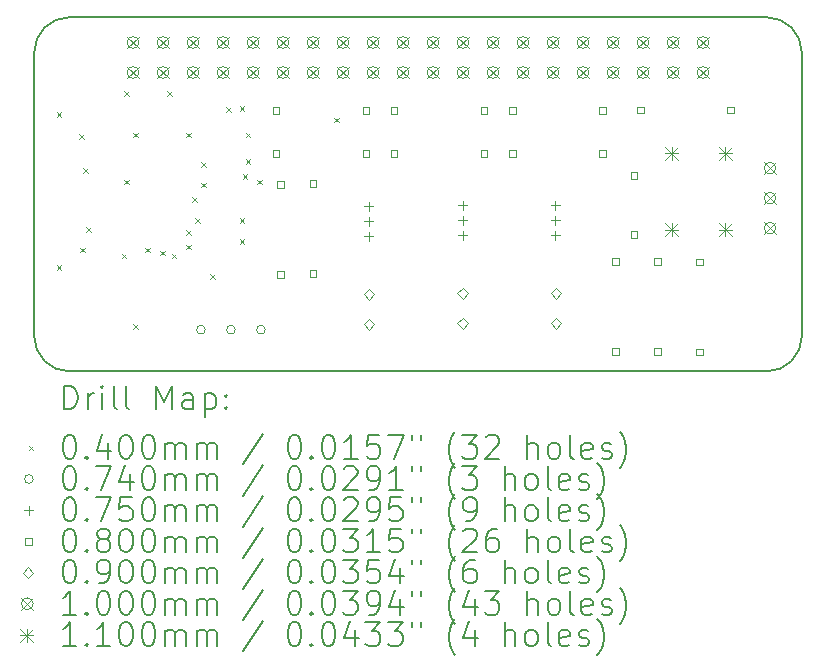
<source format=gbr>
%TF.GenerationSoftware,KiCad,Pcbnew,8.0.8*%
%TF.CreationDate,2025-02-26T07:42:44+09:00*%
%TF.ProjectId,1bit-cpu_HAT,31626974-2d63-4707-955f-4841542e6b69,rev?*%
%TF.SameCoordinates,Original*%
%TF.FileFunction,Drillmap*%
%TF.FilePolarity,Positive*%
%FSLAX45Y45*%
G04 Gerber Fmt 4.5, Leading zero omitted, Abs format (unit mm)*
G04 Created by KiCad (PCBNEW 8.0.8) date 2025-02-26 07:42:44*
%MOMM*%
%LPD*%
G01*
G04 APERTURE LIST*
%ADD10C,0.150000*%
%ADD11C,0.200000*%
%ADD12C,0.100000*%
%ADD13C,0.110000*%
G04 APERTURE END LIST*
D10*
X12290000Y-9278000D02*
G75*
G02*
X12590000Y-8978000I300000J0D01*
G01*
X18790000Y-9278000D02*
X18790000Y-11678000D01*
X12590000Y-11978000D02*
G75*
G02*
X12290000Y-11678000I0J300000D01*
G01*
X18440000Y-11978000D02*
X18490000Y-11978000D01*
X18490000Y-8978000D02*
G75*
G02*
X18790000Y-9278000I0J-300000D01*
G01*
X12590000Y-8978000D02*
X18490000Y-8978000D01*
X12290000Y-11678000D02*
X12290000Y-9278000D01*
X18790000Y-11678000D02*
G75*
G02*
X18490000Y-11978000I-300000J0D01*
G01*
X12640000Y-11978000D02*
X12590000Y-11978000D01*
X12640000Y-11978000D02*
X18440000Y-11978000D01*
D11*
D12*
X12480000Y-9780000D02*
X12520000Y-9820000D01*
X12520000Y-9780000D02*
X12480000Y-9820000D01*
X12480000Y-11080000D02*
X12520000Y-11120000D01*
X12520000Y-11080000D02*
X12480000Y-11120000D01*
X12670612Y-9970612D02*
X12710612Y-10010612D01*
X12710612Y-9970612D02*
X12670612Y-10010612D01*
X12680000Y-10930000D02*
X12720000Y-10970000D01*
X12720000Y-10930000D02*
X12680000Y-10970000D01*
X12705000Y-10255000D02*
X12745000Y-10295000D01*
X12745000Y-10255000D02*
X12705000Y-10295000D01*
X12730000Y-10755000D02*
X12770000Y-10795000D01*
X12770000Y-10755000D02*
X12730000Y-10795000D01*
X13030000Y-10980000D02*
X13070000Y-11020000D01*
X13070000Y-10980000D02*
X13030000Y-11020000D01*
X13055000Y-9605000D02*
X13095000Y-9645000D01*
X13095000Y-9605000D02*
X13055000Y-9645000D01*
X13055000Y-10355000D02*
X13095000Y-10395000D01*
X13095000Y-10355000D02*
X13055000Y-10395000D01*
X13130000Y-9955000D02*
X13170000Y-9995000D01*
X13170000Y-9955000D02*
X13130000Y-9995000D01*
X13130000Y-11580000D02*
X13170000Y-11620000D01*
X13170000Y-11580000D02*
X13130000Y-11620000D01*
X13230000Y-10930000D02*
X13270000Y-10970000D01*
X13270000Y-10930000D02*
X13230000Y-10970000D01*
X13355000Y-10955000D02*
X13395000Y-10995000D01*
X13395000Y-10955000D02*
X13355000Y-10995000D01*
X13416224Y-9605000D02*
X13456224Y-9645000D01*
X13456224Y-9605000D02*
X13416224Y-9645000D01*
X13455000Y-10980000D02*
X13495000Y-11020000D01*
X13495000Y-10980000D02*
X13455000Y-11020000D01*
X13580000Y-9955000D02*
X13620000Y-9995000D01*
X13620000Y-9955000D02*
X13580000Y-9995000D01*
X13580000Y-10780000D02*
X13620000Y-10820000D01*
X13620000Y-10780000D02*
X13580000Y-10820000D01*
X13580000Y-10905000D02*
X13620000Y-10945000D01*
X13620000Y-10905000D02*
X13580000Y-10945000D01*
X13630000Y-10505000D02*
X13670000Y-10545000D01*
X13670000Y-10505000D02*
X13630000Y-10545000D01*
X13655000Y-10680000D02*
X13695000Y-10720000D01*
X13695000Y-10680000D02*
X13655000Y-10720000D01*
X13705000Y-10205000D02*
X13745000Y-10245000D01*
X13745000Y-10205000D02*
X13705000Y-10245000D01*
X13705000Y-10380000D02*
X13745000Y-10420000D01*
X13745000Y-10380000D02*
X13705000Y-10420000D01*
X13780000Y-11155000D02*
X13820000Y-11195000D01*
X13820000Y-11155000D02*
X13780000Y-11195000D01*
X13917500Y-9742500D02*
X13957500Y-9782500D01*
X13957500Y-9742500D02*
X13917500Y-9782500D01*
X14030000Y-9730000D02*
X14070000Y-9770000D01*
X14070000Y-9730000D02*
X14030000Y-9770000D01*
X14030000Y-10680000D02*
X14070000Y-10720000D01*
X14070000Y-10680000D02*
X14030000Y-10720000D01*
X14030000Y-10855000D02*
X14070000Y-10895000D01*
X14070000Y-10855000D02*
X14030000Y-10895000D01*
X14056265Y-10306265D02*
X14096265Y-10346265D01*
X14096265Y-10306265D02*
X14056265Y-10346265D01*
X14080000Y-9955000D02*
X14120000Y-9995000D01*
X14120000Y-9955000D02*
X14080000Y-9995000D01*
X14080000Y-10180000D02*
X14120000Y-10220000D01*
X14120000Y-10180000D02*
X14080000Y-10220000D01*
X14180000Y-10355000D02*
X14220000Y-10395000D01*
X14220000Y-10355000D02*
X14180000Y-10395000D01*
X14830000Y-9830000D02*
X14870000Y-9870000D01*
X14870000Y-9830000D02*
X14830000Y-9870000D01*
X13739000Y-11625000D02*
G75*
G02*
X13665000Y-11625000I-37000J0D01*
G01*
X13665000Y-11625000D02*
G75*
G02*
X13739000Y-11625000I37000J0D01*
G01*
X13993000Y-11625000D02*
G75*
G02*
X13919000Y-11625000I-37000J0D01*
G01*
X13919000Y-11625000D02*
G75*
G02*
X13993000Y-11625000I37000J0D01*
G01*
X14247000Y-11625000D02*
G75*
G02*
X14173000Y-11625000I-37000J0D01*
G01*
X14173000Y-11625000D02*
G75*
G02*
X14247000Y-11625000I37000J0D01*
G01*
X15123500Y-10542500D02*
X15123500Y-10617500D01*
X15086000Y-10580000D02*
X15161000Y-10580000D01*
X15123500Y-10669500D02*
X15123500Y-10744500D01*
X15086000Y-10707000D02*
X15161000Y-10707000D01*
X15123500Y-10796500D02*
X15123500Y-10871500D01*
X15086000Y-10834000D02*
X15161000Y-10834000D01*
X15920000Y-10534500D02*
X15920000Y-10609500D01*
X15882500Y-10572000D02*
X15957500Y-10572000D01*
X15920000Y-10661500D02*
X15920000Y-10736500D01*
X15882500Y-10699000D02*
X15957500Y-10699000D01*
X15920000Y-10788500D02*
X15920000Y-10863500D01*
X15882500Y-10826000D02*
X15957500Y-10826000D01*
X16703500Y-10533500D02*
X16703500Y-10608500D01*
X16666000Y-10571000D02*
X16741000Y-10571000D01*
X16703500Y-10660500D02*
X16703500Y-10735500D01*
X16666000Y-10698000D02*
X16741000Y-10698000D01*
X16703500Y-10787500D02*
X16703500Y-10862500D01*
X16666000Y-10825000D02*
X16741000Y-10825000D01*
X14366284Y-9798285D02*
X14366284Y-9741716D01*
X14309715Y-9741716D01*
X14309715Y-9798285D01*
X14366284Y-9798285D01*
X14366284Y-10158285D02*
X14366284Y-10101716D01*
X14309715Y-10101716D01*
X14309715Y-10158285D01*
X14366284Y-10158285D01*
X14403284Y-10422285D02*
X14403284Y-10365716D01*
X14346715Y-10365716D01*
X14346715Y-10422285D01*
X14403284Y-10422285D01*
X14403284Y-11184285D02*
X14403284Y-11127716D01*
X14346715Y-11127716D01*
X14346715Y-11184285D01*
X14403284Y-11184285D01*
X14678284Y-10417285D02*
X14678284Y-10360716D01*
X14621715Y-10360716D01*
X14621715Y-10417285D01*
X14678284Y-10417285D01*
X14678284Y-11179285D02*
X14678284Y-11122716D01*
X14621715Y-11122716D01*
X14621715Y-11179285D01*
X14678284Y-11179285D01*
X15128284Y-9798285D02*
X15128284Y-9741716D01*
X15071715Y-9741716D01*
X15071715Y-9798285D01*
X15128284Y-9798285D01*
X15128284Y-10158285D02*
X15128284Y-10101716D01*
X15071715Y-10101716D01*
X15071715Y-10158285D01*
X15128284Y-10158285D01*
X15366284Y-9798285D02*
X15366284Y-9741716D01*
X15309715Y-9741716D01*
X15309715Y-9798285D01*
X15366284Y-9798285D01*
X15366284Y-10158285D02*
X15366284Y-10101716D01*
X15309715Y-10101716D01*
X15309715Y-10158285D01*
X15366284Y-10158285D01*
X16128284Y-9798285D02*
X16128284Y-9741716D01*
X16071715Y-9741716D01*
X16071715Y-9798285D01*
X16128284Y-9798285D01*
X16128284Y-10158285D02*
X16128284Y-10101716D01*
X16071715Y-10101716D01*
X16071715Y-10158285D01*
X16128284Y-10158285D01*
X16366784Y-9797285D02*
X16366784Y-9740716D01*
X16310215Y-9740716D01*
X16310215Y-9797285D01*
X16366784Y-9797285D01*
X16366784Y-10162285D02*
X16366784Y-10105716D01*
X16310215Y-10105716D01*
X16310215Y-10162285D01*
X16366784Y-10162285D01*
X17128785Y-9797285D02*
X17128785Y-9740716D01*
X17072216Y-9740716D01*
X17072216Y-9797285D01*
X17128785Y-9797285D01*
X17128785Y-10162285D02*
X17128785Y-10105716D01*
X17072216Y-10105716D01*
X17072216Y-10162285D01*
X17128785Y-10162285D01*
X17238285Y-11077285D02*
X17238285Y-11020716D01*
X17181716Y-11020716D01*
X17181716Y-11077285D01*
X17238285Y-11077285D01*
X17238285Y-11839284D02*
X17238285Y-11782715D01*
X17181716Y-11782715D01*
X17181716Y-11839284D01*
X17238285Y-11839284D01*
X17398285Y-10348285D02*
X17398285Y-10291716D01*
X17341716Y-10291716D01*
X17341716Y-10348285D01*
X17398285Y-10348285D01*
X17398285Y-10848285D02*
X17398285Y-10791716D01*
X17341716Y-10791716D01*
X17341716Y-10848285D01*
X17398285Y-10848285D01*
X17452285Y-9793285D02*
X17452285Y-9736716D01*
X17395716Y-9736716D01*
X17395716Y-9793285D01*
X17452285Y-9793285D01*
X17598285Y-11077285D02*
X17598285Y-11020716D01*
X17541716Y-11020716D01*
X17541716Y-11077285D01*
X17598285Y-11077285D01*
X17598285Y-11839284D02*
X17598285Y-11782715D01*
X17541716Y-11782715D01*
X17541716Y-11839284D01*
X17598285Y-11839284D01*
X17952785Y-11078785D02*
X17952785Y-11022216D01*
X17896216Y-11022216D01*
X17896216Y-11078785D01*
X17952785Y-11078785D01*
X17952785Y-11840784D02*
X17952785Y-11784215D01*
X17896216Y-11784215D01*
X17896216Y-11840784D01*
X17952785Y-11840784D01*
X18214285Y-9793285D02*
X18214285Y-9736716D01*
X18157716Y-9736716D01*
X18157716Y-9793285D01*
X18214285Y-9793285D01*
X15125000Y-11369500D02*
X15170000Y-11324500D01*
X15125000Y-11279500D01*
X15080000Y-11324500D01*
X15125000Y-11369500D01*
X15125000Y-11623500D02*
X15170000Y-11578500D01*
X15125000Y-11533500D01*
X15080000Y-11578500D01*
X15125000Y-11623500D01*
X15919000Y-11362000D02*
X15964000Y-11317000D01*
X15919000Y-11272000D01*
X15874000Y-11317000D01*
X15919000Y-11362000D01*
X15919000Y-11616000D02*
X15964000Y-11571000D01*
X15919000Y-11526000D01*
X15874000Y-11571000D01*
X15919000Y-11616000D01*
X16710000Y-11361000D02*
X16755000Y-11316000D01*
X16710000Y-11271000D01*
X16665000Y-11316000D01*
X16710000Y-11361000D01*
X16710000Y-11615000D02*
X16755000Y-11570000D01*
X16710000Y-11525000D01*
X16665000Y-11570000D01*
X16710000Y-11615000D01*
X13077000Y-9143000D02*
X13177000Y-9243000D01*
X13177000Y-9143000D02*
X13077000Y-9243000D01*
X13177000Y-9193000D02*
G75*
G02*
X13077000Y-9193000I-50000J0D01*
G01*
X13077000Y-9193000D02*
G75*
G02*
X13177000Y-9193000I50000J0D01*
G01*
X13077000Y-9397000D02*
X13177000Y-9497000D01*
X13177000Y-9397000D02*
X13077000Y-9497000D01*
X13177000Y-9447000D02*
G75*
G02*
X13077000Y-9447000I-50000J0D01*
G01*
X13077000Y-9447000D02*
G75*
G02*
X13177000Y-9447000I50000J0D01*
G01*
X13331000Y-9143000D02*
X13431000Y-9243000D01*
X13431000Y-9143000D02*
X13331000Y-9243000D01*
X13431000Y-9193000D02*
G75*
G02*
X13331000Y-9193000I-50000J0D01*
G01*
X13331000Y-9193000D02*
G75*
G02*
X13431000Y-9193000I50000J0D01*
G01*
X13331000Y-9397000D02*
X13431000Y-9497000D01*
X13431000Y-9397000D02*
X13331000Y-9497000D01*
X13431000Y-9447000D02*
G75*
G02*
X13331000Y-9447000I-50000J0D01*
G01*
X13331000Y-9447000D02*
G75*
G02*
X13431000Y-9447000I50000J0D01*
G01*
X13585000Y-9143000D02*
X13685000Y-9243000D01*
X13685000Y-9143000D02*
X13585000Y-9243000D01*
X13685000Y-9193000D02*
G75*
G02*
X13585000Y-9193000I-50000J0D01*
G01*
X13585000Y-9193000D02*
G75*
G02*
X13685000Y-9193000I50000J0D01*
G01*
X13585000Y-9397000D02*
X13685000Y-9497000D01*
X13685000Y-9397000D02*
X13585000Y-9497000D01*
X13685000Y-9447000D02*
G75*
G02*
X13585000Y-9447000I-50000J0D01*
G01*
X13585000Y-9447000D02*
G75*
G02*
X13685000Y-9447000I50000J0D01*
G01*
X13839000Y-9143000D02*
X13939000Y-9243000D01*
X13939000Y-9143000D02*
X13839000Y-9243000D01*
X13939000Y-9193000D02*
G75*
G02*
X13839000Y-9193000I-50000J0D01*
G01*
X13839000Y-9193000D02*
G75*
G02*
X13939000Y-9193000I50000J0D01*
G01*
X13839000Y-9397000D02*
X13939000Y-9497000D01*
X13939000Y-9397000D02*
X13839000Y-9497000D01*
X13939000Y-9447000D02*
G75*
G02*
X13839000Y-9447000I-50000J0D01*
G01*
X13839000Y-9447000D02*
G75*
G02*
X13939000Y-9447000I50000J0D01*
G01*
X14093000Y-9143000D02*
X14193000Y-9243000D01*
X14193000Y-9143000D02*
X14093000Y-9243000D01*
X14193000Y-9193000D02*
G75*
G02*
X14093000Y-9193000I-50000J0D01*
G01*
X14093000Y-9193000D02*
G75*
G02*
X14193000Y-9193000I50000J0D01*
G01*
X14093000Y-9397000D02*
X14193000Y-9497000D01*
X14193000Y-9397000D02*
X14093000Y-9497000D01*
X14193000Y-9447000D02*
G75*
G02*
X14093000Y-9447000I-50000J0D01*
G01*
X14093000Y-9447000D02*
G75*
G02*
X14193000Y-9447000I50000J0D01*
G01*
X14347000Y-9143000D02*
X14447000Y-9243000D01*
X14447000Y-9143000D02*
X14347000Y-9243000D01*
X14447000Y-9193000D02*
G75*
G02*
X14347000Y-9193000I-50000J0D01*
G01*
X14347000Y-9193000D02*
G75*
G02*
X14447000Y-9193000I50000J0D01*
G01*
X14347000Y-9397000D02*
X14447000Y-9497000D01*
X14447000Y-9397000D02*
X14347000Y-9497000D01*
X14447000Y-9447000D02*
G75*
G02*
X14347000Y-9447000I-50000J0D01*
G01*
X14347000Y-9447000D02*
G75*
G02*
X14447000Y-9447000I50000J0D01*
G01*
X14601000Y-9143000D02*
X14701000Y-9243000D01*
X14701000Y-9143000D02*
X14601000Y-9243000D01*
X14701000Y-9193000D02*
G75*
G02*
X14601000Y-9193000I-50000J0D01*
G01*
X14601000Y-9193000D02*
G75*
G02*
X14701000Y-9193000I50000J0D01*
G01*
X14601000Y-9397000D02*
X14701000Y-9497000D01*
X14701000Y-9397000D02*
X14601000Y-9497000D01*
X14701000Y-9447000D02*
G75*
G02*
X14601000Y-9447000I-50000J0D01*
G01*
X14601000Y-9447000D02*
G75*
G02*
X14701000Y-9447000I50000J0D01*
G01*
X14855000Y-9143000D02*
X14955000Y-9243000D01*
X14955000Y-9143000D02*
X14855000Y-9243000D01*
X14955000Y-9193000D02*
G75*
G02*
X14855000Y-9193000I-50000J0D01*
G01*
X14855000Y-9193000D02*
G75*
G02*
X14955000Y-9193000I50000J0D01*
G01*
X14855000Y-9397000D02*
X14955000Y-9497000D01*
X14955000Y-9397000D02*
X14855000Y-9497000D01*
X14955000Y-9447000D02*
G75*
G02*
X14855000Y-9447000I-50000J0D01*
G01*
X14855000Y-9447000D02*
G75*
G02*
X14955000Y-9447000I50000J0D01*
G01*
X15109000Y-9143000D02*
X15209000Y-9243000D01*
X15209000Y-9143000D02*
X15109000Y-9243000D01*
X15209000Y-9193000D02*
G75*
G02*
X15109000Y-9193000I-50000J0D01*
G01*
X15109000Y-9193000D02*
G75*
G02*
X15209000Y-9193000I50000J0D01*
G01*
X15109000Y-9397000D02*
X15209000Y-9497000D01*
X15209000Y-9397000D02*
X15109000Y-9497000D01*
X15209000Y-9447000D02*
G75*
G02*
X15109000Y-9447000I-50000J0D01*
G01*
X15109000Y-9447000D02*
G75*
G02*
X15209000Y-9447000I50000J0D01*
G01*
X15363000Y-9143000D02*
X15463000Y-9243000D01*
X15463000Y-9143000D02*
X15363000Y-9243000D01*
X15463000Y-9193000D02*
G75*
G02*
X15363000Y-9193000I-50000J0D01*
G01*
X15363000Y-9193000D02*
G75*
G02*
X15463000Y-9193000I50000J0D01*
G01*
X15363000Y-9397000D02*
X15463000Y-9497000D01*
X15463000Y-9397000D02*
X15363000Y-9497000D01*
X15463000Y-9447000D02*
G75*
G02*
X15363000Y-9447000I-50000J0D01*
G01*
X15363000Y-9447000D02*
G75*
G02*
X15463000Y-9447000I50000J0D01*
G01*
X15617000Y-9143000D02*
X15717000Y-9243000D01*
X15717000Y-9143000D02*
X15617000Y-9243000D01*
X15717000Y-9193000D02*
G75*
G02*
X15617000Y-9193000I-50000J0D01*
G01*
X15617000Y-9193000D02*
G75*
G02*
X15717000Y-9193000I50000J0D01*
G01*
X15617000Y-9397000D02*
X15717000Y-9497000D01*
X15717000Y-9397000D02*
X15617000Y-9497000D01*
X15717000Y-9447000D02*
G75*
G02*
X15617000Y-9447000I-50000J0D01*
G01*
X15617000Y-9447000D02*
G75*
G02*
X15717000Y-9447000I50000J0D01*
G01*
X15871000Y-9143000D02*
X15971000Y-9243000D01*
X15971000Y-9143000D02*
X15871000Y-9243000D01*
X15971000Y-9193000D02*
G75*
G02*
X15871000Y-9193000I-50000J0D01*
G01*
X15871000Y-9193000D02*
G75*
G02*
X15971000Y-9193000I50000J0D01*
G01*
X15871000Y-9397000D02*
X15971000Y-9497000D01*
X15971000Y-9397000D02*
X15871000Y-9497000D01*
X15971000Y-9447000D02*
G75*
G02*
X15871000Y-9447000I-50000J0D01*
G01*
X15871000Y-9447000D02*
G75*
G02*
X15971000Y-9447000I50000J0D01*
G01*
X16125000Y-9143000D02*
X16225000Y-9243000D01*
X16225000Y-9143000D02*
X16125000Y-9243000D01*
X16225000Y-9193000D02*
G75*
G02*
X16125000Y-9193000I-50000J0D01*
G01*
X16125000Y-9193000D02*
G75*
G02*
X16225000Y-9193000I50000J0D01*
G01*
X16125000Y-9397000D02*
X16225000Y-9497000D01*
X16225000Y-9397000D02*
X16125000Y-9497000D01*
X16225000Y-9447000D02*
G75*
G02*
X16125000Y-9447000I-50000J0D01*
G01*
X16125000Y-9447000D02*
G75*
G02*
X16225000Y-9447000I50000J0D01*
G01*
X16379000Y-9143000D02*
X16479000Y-9243000D01*
X16479000Y-9143000D02*
X16379000Y-9243000D01*
X16479000Y-9193000D02*
G75*
G02*
X16379000Y-9193000I-50000J0D01*
G01*
X16379000Y-9193000D02*
G75*
G02*
X16479000Y-9193000I50000J0D01*
G01*
X16379000Y-9397000D02*
X16479000Y-9497000D01*
X16479000Y-9397000D02*
X16379000Y-9497000D01*
X16479000Y-9447000D02*
G75*
G02*
X16379000Y-9447000I-50000J0D01*
G01*
X16379000Y-9447000D02*
G75*
G02*
X16479000Y-9447000I50000J0D01*
G01*
X16633000Y-9143000D02*
X16733000Y-9243000D01*
X16733000Y-9143000D02*
X16633000Y-9243000D01*
X16733000Y-9193000D02*
G75*
G02*
X16633000Y-9193000I-50000J0D01*
G01*
X16633000Y-9193000D02*
G75*
G02*
X16733000Y-9193000I50000J0D01*
G01*
X16633000Y-9397000D02*
X16733000Y-9497000D01*
X16733000Y-9397000D02*
X16633000Y-9497000D01*
X16733000Y-9447000D02*
G75*
G02*
X16633000Y-9447000I-50000J0D01*
G01*
X16633000Y-9447000D02*
G75*
G02*
X16733000Y-9447000I50000J0D01*
G01*
X16887000Y-9143000D02*
X16987000Y-9243000D01*
X16987000Y-9143000D02*
X16887000Y-9243000D01*
X16987000Y-9193000D02*
G75*
G02*
X16887000Y-9193000I-50000J0D01*
G01*
X16887000Y-9193000D02*
G75*
G02*
X16987000Y-9193000I50000J0D01*
G01*
X16887000Y-9397000D02*
X16987000Y-9497000D01*
X16987000Y-9397000D02*
X16887000Y-9497000D01*
X16987000Y-9447000D02*
G75*
G02*
X16887000Y-9447000I-50000J0D01*
G01*
X16887000Y-9447000D02*
G75*
G02*
X16987000Y-9447000I50000J0D01*
G01*
X17141000Y-9143000D02*
X17241000Y-9243000D01*
X17241000Y-9143000D02*
X17141000Y-9243000D01*
X17241000Y-9193000D02*
G75*
G02*
X17141000Y-9193000I-50000J0D01*
G01*
X17141000Y-9193000D02*
G75*
G02*
X17241000Y-9193000I50000J0D01*
G01*
X17141000Y-9397000D02*
X17241000Y-9497000D01*
X17241000Y-9397000D02*
X17141000Y-9497000D01*
X17241000Y-9447000D02*
G75*
G02*
X17141000Y-9447000I-50000J0D01*
G01*
X17141000Y-9447000D02*
G75*
G02*
X17241000Y-9447000I50000J0D01*
G01*
X17395000Y-9143000D02*
X17495000Y-9243000D01*
X17495000Y-9143000D02*
X17395000Y-9243000D01*
X17495000Y-9193000D02*
G75*
G02*
X17395000Y-9193000I-50000J0D01*
G01*
X17395000Y-9193000D02*
G75*
G02*
X17495000Y-9193000I50000J0D01*
G01*
X17395000Y-9397000D02*
X17495000Y-9497000D01*
X17495000Y-9397000D02*
X17395000Y-9497000D01*
X17495000Y-9447000D02*
G75*
G02*
X17395000Y-9447000I-50000J0D01*
G01*
X17395000Y-9447000D02*
G75*
G02*
X17495000Y-9447000I50000J0D01*
G01*
X17649000Y-9143000D02*
X17749000Y-9243000D01*
X17749000Y-9143000D02*
X17649000Y-9243000D01*
X17749000Y-9193000D02*
G75*
G02*
X17649000Y-9193000I-50000J0D01*
G01*
X17649000Y-9193000D02*
G75*
G02*
X17749000Y-9193000I50000J0D01*
G01*
X17649000Y-9397000D02*
X17749000Y-9497000D01*
X17749000Y-9397000D02*
X17649000Y-9497000D01*
X17749000Y-9447000D02*
G75*
G02*
X17649000Y-9447000I-50000J0D01*
G01*
X17649000Y-9447000D02*
G75*
G02*
X17749000Y-9447000I50000J0D01*
G01*
X17903000Y-9143000D02*
X18003000Y-9243000D01*
X18003000Y-9143000D02*
X17903000Y-9243000D01*
X18003000Y-9193000D02*
G75*
G02*
X17903000Y-9193000I-50000J0D01*
G01*
X17903000Y-9193000D02*
G75*
G02*
X18003000Y-9193000I50000J0D01*
G01*
X17903000Y-9397000D02*
X18003000Y-9497000D01*
X18003000Y-9397000D02*
X17903000Y-9497000D01*
X18003000Y-9447000D02*
G75*
G02*
X17903000Y-9447000I-50000J0D01*
G01*
X17903000Y-9447000D02*
G75*
G02*
X18003000Y-9447000I50000J0D01*
G01*
X18470000Y-10206000D02*
X18570000Y-10306000D01*
X18570000Y-10206000D02*
X18470000Y-10306000D01*
X18570000Y-10256000D02*
G75*
G02*
X18470000Y-10256000I-50000J0D01*
G01*
X18470000Y-10256000D02*
G75*
G02*
X18570000Y-10256000I50000J0D01*
G01*
X18470000Y-10460000D02*
X18570000Y-10560000D01*
X18570000Y-10460000D02*
X18470000Y-10560000D01*
X18570000Y-10510000D02*
G75*
G02*
X18470000Y-10510000I-50000J0D01*
G01*
X18470000Y-10510000D02*
G75*
G02*
X18570000Y-10510000I50000J0D01*
G01*
X18470000Y-10714000D02*
X18570000Y-10814000D01*
X18570000Y-10714000D02*
X18470000Y-10814000D01*
X18570000Y-10764000D02*
G75*
G02*
X18470000Y-10764000I-50000J0D01*
G01*
X18470000Y-10764000D02*
G75*
G02*
X18570000Y-10764000I50000J0D01*
G01*
D13*
X17635000Y-10075000D02*
X17745000Y-10185000D01*
X17745000Y-10075000D02*
X17635000Y-10185000D01*
X17690000Y-10075000D02*
X17690000Y-10185000D01*
X17635000Y-10130000D02*
X17745000Y-10130000D01*
X17635000Y-10725000D02*
X17745000Y-10835000D01*
X17745000Y-10725000D02*
X17635000Y-10835000D01*
X17690000Y-10725000D02*
X17690000Y-10835000D01*
X17635000Y-10780000D02*
X17745000Y-10780000D01*
X18085000Y-10075000D02*
X18195000Y-10185000D01*
X18195000Y-10075000D02*
X18085000Y-10185000D01*
X18140000Y-10075000D02*
X18140000Y-10185000D01*
X18085000Y-10130000D02*
X18195000Y-10130000D01*
X18085000Y-10725000D02*
X18195000Y-10835000D01*
X18195000Y-10725000D02*
X18085000Y-10835000D01*
X18140000Y-10725000D02*
X18140000Y-10835000D01*
X18085000Y-10780000D02*
X18195000Y-10780000D01*
D11*
X12543277Y-12296984D02*
X12543277Y-12096984D01*
X12543277Y-12096984D02*
X12590896Y-12096984D01*
X12590896Y-12096984D02*
X12619467Y-12106508D01*
X12619467Y-12106508D02*
X12638515Y-12125555D01*
X12638515Y-12125555D02*
X12648039Y-12144603D01*
X12648039Y-12144603D02*
X12657562Y-12182698D01*
X12657562Y-12182698D02*
X12657562Y-12211269D01*
X12657562Y-12211269D02*
X12648039Y-12249365D01*
X12648039Y-12249365D02*
X12638515Y-12268412D01*
X12638515Y-12268412D02*
X12619467Y-12287460D01*
X12619467Y-12287460D02*
X12590896Y-12296984D01*
X12590896Y-12296984D02*
X12543277Y-12296984D01*
X12743277Y-12296984D02*
X12743277Y-12163650D01*
X12743277Y-12201746D02*
X12752801Y-12182698D01*
X12752801Y-12182698D02*
X12762324Y-12173174D01*
X12762324Y-12173174D02*
X12781372Y-12163650D01*
X12781372Y-12163650D02*
X12800420Y-12163650D01*
X12867086Y-12296984D02*
X12867086Y-12163650D01*
X12867086Y-12096984D02*
X12857562Y-12106508D01*
X12857562Y-12106508D02*
X12867086Y-12116031D01*
X12867086Y-12116031D02*
X12876610Y-12106508D01*
X12876610Y-12106508D02*
X12867086Y-12096984D01*
X12867086Y-12096984D02*
X12867086Y-12116031D01*
X12990896Y-12296984D02*
X12971848Y-12287460D01*
X12971848Y-12287460D02*
X12962324Y-12268412D01*
X12962324Y-12268412D02*
X12962324Y-12096984D01*
X13095658Y-12296984D02*
X13076610Y-12287460D01*
X13076610Y-12287460D02*
X13067086Y-12268412D01*
X13067086Y-12268412D02*
X13067086Y-12096984D01*
X13324229Y-12296984D02*
X13324229Y-12096984D01*
X13324229Y-12096984D02*
X13390896Y-12239841D01*
X13390896Y-12239841D02*
X13457562Y-12096984D01*
X13457562Y-12096984D02*
X13457562Y-12296984D01*
X13638515Y-12296984D02*
X13638515Y-12192222D01*
X13638515Y-12192222D02*
X13628991Y-12173174D01*
X13628991Y-12173174D02*
X13609943Y-12163650D01*
X13609943Y-12163650D02*
X13571848Y-12163650D01*
X13571848Y-12163650D02*
X13552801Y-12173174D01*
X13638515Y-12287460D02*
X13619467Y-12296984D01*
X13619467Y-12296984D02*
X13571848Y-12296984D01*
X13571848Y-12296984D02*
X13552801Y-12287460D01*
X13552801Y-12287460D02*
X13543277Y-12268412D01*
X13543277Y-12268412D02*
X13543277Y-12249365D01*
X13543277Y-12249365D02*
X13552801Y-12230317D01*
X13552801Y-12230317D02*
X13571848Y-12220793D01*
X13571848Y-12220793D02*
X13619467Y-12220793D01*
X13619467Y-12220793D02*
X13638515Y-12211269D01*
X13733753Y-12163650D02*
X13733753Y-12363650D01*
X13733753Y-12173174D02*
X13752801Y-12163650D01*
X13752801Y-12163650D02*
X13790896Y-12163650D01*
X13790896Y-12163650D02*
X13809943Y-12173174D01*
X13809943Y-12173174D02*
X13819467Y-12182698D01*
X13819467Y-12182698D02*
X13828991Y-12201746D01*
X13828991Y-12201746D02*
X13828991Y-12258888D01*
X13828991Y-12258888D02*
X13819467Y-12277936D01*
X13819467Y-12277936D02*
X13809943Y-12287460D01*
X13809943Y-12287460D02*
X13790896Y-12296984D01*
X13790896Y-12296984D02*
X13752801Y-12296984D01*
X13752801Y-12296984D02*
X13733753Y-12287460D01*
X13914705Y-12277936D02*
X13924229Y-12287460D01*
X13924229Y-12287460D02*
X13914705Y-12296984D01*
X13914705Y-12296984D02*
X13905182Y-12287460D01*
X13905182Y-12287460D02*
X13914705Y-12277936D01*
X13914705Y-12277936D02*
X13914705Y-12296984D01*
X13914705Y-12173174D02*
X13924229Y-12182698D01*
X13924229Y-12182698D02*
X13914705Y-12192222D01*
X13914705Y-12192222D02*
X13905182Y-12182698D01*
X13905182Y-12182698D02*
X13914705Y-12173174D01*
X13914705Y-12173174D02*
X13914705Y-12192222D01*
D12*
X12242500Y-12605500D02*
X12282500Y-12645500D01*
X12282500Y-12605500D02*
X12242500Y-12645500D01*
D11*
X12581372Y-12516984D02*
X12600420Y-12516984D01*
X12600420Y-12516984D02*
X12619467Y-12526508D01*
X12619467Y-12526508D02*
X12628991Y-12536031D01*
X12628991Y-12536031D02*
X12638515Y-12555079D01*
X12638515Y-12555079D02*
X12648039Y-12593174D01*
X12648039Y-12593174D02*
X12648039Y-12640793D01*
X12648039Y-12640793D02*
X12638515Y-12678888D01*
X12638515Y-12678888D02*
X12628991Y-12697936D01*
X12628991Y-12697936D02*
X12619467Y-12707460D01*
X12619467Y-12707460D02*
X12600420Y-12716984D01*
X12600420Y-12716984D02*
X12581372Y-12716984D01*
X12581372Y-12716984D02*
X12562324Y-12707460D01*
X12562324Y-12707460D02*
X12552801Y-12697936D01*
X12552801Y-12697936D02*
X12543277Y-12678888D01*
X12543277Y-12678888D02*
X12533753Y-12640793D01*
X12533753Y-12640793D02*
X12533753Y-12593174D01*
X12533753Y-12593174D02*
X12543277Y-12555079D01*
X12543277Y-12555079D02*
X12552801Y-12536031D01*
X12552801Y-12536031D02*
X12562324Y-12526508D01*
X12562324Y-12526508D02*
X12581372Y-12516984D01*
X12733753Y-12697936D02*
X12743277Y-12707460D01*
X12743277Y-12707460D02*
X12733753Y-12716984D01*
X12733753Y-12716984D02*
X12724229Y-12707460D01*
X12724229Y-12707460D02*
X12733753Y-12697936D01*
X12733753Y-12697936D02*
X12733753Y-12716984D01*
X12914705Y-12583650D02*
X12914705Y-12716984D01*
X12867086Y-12507460D02*
X12819467Y-12650317D01*
X12819467Y-12650317D02*
X12943277Y-12650317D01*
X13057562Y-12516984D02*
X13076610Y-12516984D01*
X13076610Y-12516984D02*
X13095658Y-12526508D01*
X13095658Y-12526508D02*
X13105182Y-12536031D01*
X13105182Y-12536031D02*
X13114705Y-12555079D01*
X13114705Y-12555079D02*
X13124229Y-12593174D01*
X13124229Y-12593174D02*
X13124229Y-12640793D01*
X13124229Y-12640793D02*
X13114705Y-12678888D01*
X13114705Y-12678888D02*
X13105182Y-12697936D01*
X13105182Y-12697936D02*
X13095658Y-12707460D01*
X13095658Y-12707460D02*
X13076610Y-12716984D01*
X13076610Y-12716984D02*
X13057562Y-12716984D01*
X13057562Y-12716984D02*
X13038515Y-12707460D01*
X13038515Y-12707460D02*
X13028991Y-12697936D01*
X13028991Y-12697936D02*
X13019467Y-12678888D01*
X13019467Y-12678888D02*
X13009943Y-12640793D01*
X13009943Y-12640793D02*
X13009943Y-12593174D01*
X13009943Y-12593174D02*
X13019467Y-12555079D01*
X13019467Y-12555079D02*
X13028991Y-12536031D01*
X13028991Y-12536031D02*
X13038515Y-12526508D01*
X13038515Y-12526508D02*
X13057562Y-12516984D01*
X13248039Y-12516984D02*
X13267086Y-12516984D01*
X13267086Y-12516984D02*
X13286134Y-12526508D01*
X13286134Y-12526508D02*
X13295658Y-12536031D01*
X13295658Y-12536031D02*
X13305182Y-12555079D01*
X13305182Y-12555079D02*
X13314705Y-12593174D01*
X13314705Y-12593174D02*
X13314705Y-12640793D01*
X13314705Y-12640793D02*
X13305182Y-12678888D01*
X13305182Y-12678888D02*
X13295658Y-12697936D01*
X13295658Y-12697936D02*
X13286134Y-12707460D01*
X13286134Y-12707460D02*
X13267086Y-12716984D01*
X13267086Y-12716984D02*
X13248039Y-12716984D01*
X13248039Y-12716984D02*
X13228991Y-12707460D01*
X13228991Y-12707460D02*
X13219467Y-12697936D01*
X13219467Y-12697936D02*
X13209943Y-12678888D01*
X13209943Y-12678888D02*
X13200420Y-12640793D01*
X13200420Y-12640793D02*
X13200420Y-12593174D01*
X13200420Y-12593174D02*
X13209943Y-12555079D01*
X13209943Y-12555079D02*
X13219467Y-12536031D01*
X13219467Y-12536031D02*
X13228991Y-12526508D01*
X13228991Y-12526508D02*
X13248039Y-12516984D01*
X13400420Y-12716984D02*
X13400420Y-12583650D01*
X13400420Y-12602698D02*
X13409943Y-12593174D01*
X13409943Y-12593174D02*
X13428991Y-12583650D01*
X13428991Y-12583650D02*
X13457563Y-12583650D01*
X13457563Y-12583650D02*
X13476610Y-12593174D01*
X13476610Y-12593174D02*
X13486134Y-12612222D01*
X13486134Y-12612222D02*
X13486134Y-12716984D01*
X13486134Y-12612222D02*
X13495658Y-12593174D01*
X13495658Y-12593174D02*
X13514705Y-12583650D01*
X13514705Y-12583650D02*
X13543277Y-12583650D01*
X13543277Y-12583650D02*
X13562324Y-12593174D01*
X13562324Y-12593174D02*
X13571848Y-12612222D01*
X13571848Y-12612222D02*
X13571848Y-12716984D01*
X13667086Y-12716984D02*
X13667086Y-12583650D01*
X13667086Y-12602698D02*
X13676610Y-12593174D01*
X13676610Y-12593174D02*
X13695658Y-12583650D01*
X13695658Y-12583650D02*
X13724229Y-12583650D01*
X13724229Y-12583650D02*
X13743277Y-12593174D01*
X13743277Y-12593174D02*
X13752801Y-12612222D01*
X13752801Y-12612222D02*
X13752801Y-12716984D01*
X13752801Y-12612222D02*
X13762324Y-12593174D01*
X13762324Y-12593174D02*
X13781372Y-12583650D01*
X13781372Y-12583650D02*
X13809943Y-12583650D01*
X13809943Y-12583650D02*
X13828991Y-12593174D01*
X13828991Y-12593174D02*
X13838515Y-12612222D01*
X13838515Y-12612222D02*
X13838515Y-12716984D01*
X14228991Y-12507460D02*
X14057563Y-12764603D01*
X14486134Y-12516984D02*
X14505182Y-12516984D01*
X14505182Y-12516984D02*
X14524229Y-12526508D01*
X14524229Y-12526508D02*
X14533753Y-12536031D01*
X14533753Y-12536031D02*
X14543277Y-12555079D01*
X14543277Y-12555079D02*
X14552801Y-12593174D01*
X14552801Y-12593174D02*
X14552801Y-12640793D01*
X14552801Y-12640793D02*
X14543277Y-12678888D01*
X14543277Y-12678888D02*
X14533753Y-12697936D01*
X14533753Y-12697936D02*
X14524229Y-12707460D01*
X14524229Y-12707460D02*
X14505182Y-12716984D01*
X14505182Y-12716984D02*
X14486134Y-12716984D01*
X14486134Y-12716984D02*
X14467086Y-12707460D01*
X14467086Y-12707460D02*
X14457563Y-12697936D01*
X14457563Y-12697936D02*
X14448039Y-12678888D01*
X14448039Y-12678888D02*
X14438515Y-12640793D01*
X14438515Y-12640793D02*
X14438515Y-12593174D01*
X14438515Y-12593174D02*
X14448039Y-12555079D01*
X14448039Y-12555079D02*
X14457563Y-12536031D01*
X14457563Y-12536031D02*
X14467086Y-12526508D01*
X14467086Y-12526508D02*
X14486134Y-12516984D01*
X14638515Y-12697936D02*
X14648039Y-12707460D01*
X14648039Y-12707460D02*
X14638515Y-12716984D01*
X14638515Y-12716984D02*
X14628991Y-12707460D01*
X14628991Y-12707460D02*
X14638515Y-12697936D01*
X14638515Y-12697936D02*
X14638515Y-12716984D01*
X14771848Y-12516984D02*
X14790896Y-12516984D01*
X14790896Y-12516984D02*
X14809944Y-12526508D01*
X14809944Y-12526508D02*
X14819467Y-12536031D01*
X14819467Y-12536031D02*
X14828991Y-12555079D01*
X14828991Y-12555079D02*
X14838515Y-12593174D01*
X14838515Y-12593174D02*
X14838515Y-12640793D01*
X14838515Y-12640793D02*
X14828991Y-12678888D01*
X14828991Y-12678888D02*
X14819467Y-12697936D01*
X14819467Y-12697936D02*
X14809944Y-12707460D01*
X14809944Y-12707460D02*
X14790896Y-12716984D01*
X14790896Y-12716984D02*
X14771848Y-12716984D01*
X14771848Y-12716984D02*
X14752801Y-12707460D01*
X14752801Y-12707460D02*
X14743277Y-12697936D01*
X14743277Y-12697936D02*
X14733753Y-12678888D01*
X14733753Y-12678888D02*
X14724229Y-12640793D01*
X14724229Y-12640793D02*
X14724229Y-12593174D01*
X14724229Y-12593174D02*
X14733753Y-12555079D01*
X14733753Y-12555079D02*
X14743277Y-12536031D01*
X14743277Y-12536031D02*
X14752801Y-12526508D01*
X14752801Y-12526508D02*
X14771848Y-12516984D01*
X15028991Y-12716984D02*
X14914706Y-12716984D01*
X14971848Y-12716984D02*
X14971848Y-12516984D01*
X14971848Y-12516984D02*
X14952801Y-12545555D01*
X14952801Y-12545555D02*
X14933753Y-12564603D01*
X14933753Y-12564603D02*
X14914706Y-12574127D01*
X15209944Y-12516984D02*
X15114706Y-12516984D01*
X15114706Y-12516984D02*
X15105182Y-12612222D01*
X15105182Y-12612222D02*
X15114706Y-12602698D01*
X15114706Y-12602698D02*
X15133753Y-12593174D01*
X15133753Y-12593174D02*
X15181372Y-12593174D01*
X15181372Y-12593174D02*
X15200420Y-12602698D01*
X15200420Y-12602698D02*
X15209944Y-12612222D01*
X15209944Y-12612222D02*
X15219467Y-12631269D01*
X15219467Y-12631269D02*
X15219467Y-12678888D01*
X15219467Y-12678888D02*
X15209944Y-12697936D01*
X15209944Y-12697936D02*
X15200420Y-12707460D01*
X15200420Y-12707460D02*
X15181372Y-12716984D01*
X15181372Y-12716984D02*
X15133753Y-12716984D01*
X15133753Y-12716984D02*
X15114706Y-12707460D01*
X15114706Y-12707460D02*
X15105182Y-12697936D01*
X15286134Y-12516984D02*
X15419467Y-12516984D01*
X15419467Y-12516984D02*
X15333753Y-12716984D01*
X15486134Y-12516984D02*
X15486134Y-12555079D01*
X15562325Y-12516984D02*
X15562325Y-12555079D01*
X15857563Y-12793174D02*
X15848039Y-12783650D01*
X15848039Y-12783650D02*
X15828991Y-12755079D01*
X15828991Y-12755079D02*
X15819468Y-12736031D01*
X15819468Y-12736031D02*
X15809944Y-12707460D01*
X15809944Y-12707460D02*
X15800420Y-12659841D01*
X15800420Y-12659841D02*
X15800420Y-12621746D01*
X15800420Y-12621746D02*
X15809944Y-12574127D01*
X15809944Y-12574127D02*
X15819468Y-12545555D01*
X15819468Y-12545555D02*
X15828991Y-12526508D01*
X15828991Y-12526508D02*
X15848039Y-12497936D01*
X15848039Y-12497936D02*
X15857563Y-12488412D01*
X15914706Y-12516984D02*
X16038515Y-12516984D01*
X16038515Y-12516984D02*
X15971848Y-12593174D01*
X15971848Y-12593174D02*
X16000420Y-12593174D01*
X16000420Y-12593174D02*
X16019468Y-12602698D01*
X16019468Y-12602698D02*
X16028991Y-12612222D01*
X16028991Y-12612222D02*
X16038515Y-12631269D01*
X16038515Y-12631269D02*
X16038515Y-12678888D01*
X16038515Y-12678888D02*
X16028991Y-12697936D01*
X16028991Y-12697936D02*
X16019468Y-12707460D01*
X16019468Y-12707460D02*
X16000420Y-12716984D01*
X16000420Y-12716984D02*
X15943277Y-12716984D01*
X15943277Y-12716984D02*
X15924229Y-12707460D01*
X15924229Y-12707460D02*
X15914706Y-12697936D01*
X16114706Y-12536031D02*
X16124229Y-12526508D01*
X16124229Y-12526508D02*
X16143277Y-12516984D01*
X16143277Y-12516984D02*
X16190896Y-12516984D01*
X16190896Y-12516984D02*
X16209944Y-12526508D01*
X16209944Y-12526508D02*
X16219468Y-12536031D01*
X16219468Y-12536031D02*
X16228991Y-12555079D01*
X16228991Y-12555079D02*
X16228991Y-12574127D01*
X16228991Y-12574127D02*
X16219468Y-12602698D01*
X16219468Y-12602698D02*
X16105182Y-12716984D01*
X16105182Y-12716984D02*
X16228991Y-12716984D01*
X16467087Y-12716984D02*
X16467087Y-12516984D01*
X16552801Y-12716984D02*
X16552801Y-12612222D01*
X16552801Y-12612222D02*
X16543277Y-12593174D01*
X16543277Y-12593174D02*
X16524230Y-12583650D01*
X16524230Y-12583650D02*
X16495658Y-12583650D01*
X16495658Y-12583650D02*
X16476610Y-12593174D01*
X16476610Y-12593174D02*
X16467087Y-12602698D01*
X16676610Y-12716984D02*
X16657563Y-12707460D01*
X16657563Y-12707460D02*
X16648039Y-12697936D01*
X16648039Y-12697936D02*
X16638515Y-12678888D01*
X16638515Y-12678888D02*
X16638515Y-12621746D01*
X16638515Y-12621746D02*
X16648039Y-12602698D01*
X16648039Y-12602698D02*
X16657563Y-12593174D01*
X16657563Y-12593174D02*
X16676610Y-12583650D01*
X16676610Y-12583650D02*
X16705182Y-12583650D01*
X16705182Y-12583650D02*
X16724230Y-12593174D01*
X16724230Y-12593174D02*
X16733753Y-12602698D01*
X16733753Y-12602698D02*
X16743277Y-12621746D01*
X16743277Y-12621746D02*
X16743277Y-12678888D01*
X16743277Y-12678888D02*
X16733753Y-12697936D01*
X16733753Y-12697936D02*
X16724230Y-12707460D01*
X16724230Y-12707460D02*
X16705182Y-12716984D01*
X16705182Y-12716984D02*
X16676610Y-12716984D01*
X16857563Y-12716984D02*
X16838515Y-12707460D01*
X16838515Y-12707460D02*
X16828992Y-12688412D01*
X16828992Y-12688412D02*
X16828992Y-12516984D01*
X17009944Y-12707460D02*
X16990896Y-12716984D01*
X16990896Y-12716984D02*
X16952801Y-12716984D01*
X16952801Y-12716984D02*
X16933753Y-12707460D01*
X16933753Y-12707460D02*
X16924230Y-12688412D01*
X16924230Y-12688412D02*
X16924230Y-12612222D01*
X16924230Y-12612222D02*
X16933753Y-12593174D01*
X16933753Y-12593174D02*
X16952801Y-12583650D01*
X16952801Y-12583650D02*
X16990896Y-12583650D01*
X16990896Y-12583650D02*
X17009944Y-12593174D01*
X17009944Y-12593174D02*
X17019468Y-12612222D01*
X17019468Y-12612222D02*
X17019468Y-12631269D01*
X17019468Y-12631269D02*
X16924230Y-12650317D01*
X17095658Y-12707460D02*
X17114706Y-12716984D01*
X17114706Y-12716984D02*
X17152801Y-12716984D01*
X17152801Y-12716984D02*
X17171849Y-12707460D01*
X17171849Y-12707460D02*
X17181373Y-12688412D01*
X17181373Y-12688412D02*
X17181373Y-12678888D01*
X17181373Y-12678888D02*
X17171849Y-12659841D01*
X17171849Y-12659841D02*
X17152801Y-12650317D01*
X17152801Y-12650317D02*
X17124230Y-12650317D01*
X17124230Y-12650317D02*
X17105182Y-12640793D01*
X17105182Y-12640793D02*
X17095658Y-12621746D01*
X17095658Y-12621746D02*
X17095658Y-12612222D01*
X17095658Y-12612222D02*
X17105182Y-12593174D01*
X17105182Y-12593174D02*
X17124230Y-12583650D01*
X17124230Y-12583650D02*
X17152801Y-12583650D01*
X17152801Y-12583650D02*
X17171849Y-12593174D01*
X17248039Y-12793174D02*
X17257563Y-12783650D01*
X17257563Y-12783650D02*
X17276611Y-12755079D01*
X17276611Y-12755079D02*
X17286134Y-12736031D01*
X17286134Y-12736031D02*
X17295658Y-12707460D01*
X17295658Y-12707460D02*
X17305182Y-12659841D01*
X17305182Y-12659841D02*
X17305182Y-12621746D01*
X17305182Y-12621746D02*
X17295658Y-12574127D01*
X17295658Y-12574127D02*
X17286134Y-12545555D01*
X17286134Y-12545555D02*
X17276611Y-12526508D01*
X17276611Y-12526508D02*
X17257563Y-12497936D01*
X17257563Y-12497936D02*
X17248039Y-12488412D01*
D12*
X12282500Y-12889500D02*
G75*
G02*
X12208500Y-12889500I-37000J0D01*
G01*
X12208500Y-12889500D02*
G75*
G02*
X12282500Y-12889500I37000J0D01*
G01*
D11*
X12581372Y-12780984D02*
X12600420Y-12780984D01*
X12600420Y-12780984D02*
X12619467Y-12790508D01*
X12619467Y-12790508D02*
X12628991Y-12800031D01*
X12628991Y-12800031D02*
X12638515Y-12819079D01*
X12638515Y-12819079D02*
X12648039Y-12857174D01*
X12648039Y-12857174D02*
X12648039Y-12904793D01*
X12648039Y-12904793D02*
X12638515Y-12942888D01*
X12638515Y-12942888D02*
X12628991Y-12961936D01*
X12628991Y-12961936D02*
X12619467Y-12971460D01*
X12619467Y-12971460D02*
X12600420Y-12980984D01*
X12600420Y-12980984D02*
X12581372Y-12980984D01*
X12581372Y-12980984D02*
X12562324Y-12971460D01*
X12562324Y-12971460D02*
X12552801Y-12961936D01*
X12552801Y-12961936D02*
X12543277Y-12942888D01*
X12543277Y-12942888D02*
X12533753Y-12904793D01*
X12533753Y-12904793D02*
X12533753Y-12857174D01*
X12533753Y-12857174D02*
X12543277Y-12819079D01*
X12543277Y-12819079D02*
X12552801Y-12800031D01*
X12552801Y-12800031D02*
X12562324Y-12790508D01*
X12562324Y-12790508D02*
X12581372Y-12780984D01*
X12733753Y-12961936D02*
X12743277Y-12971460D01*
X12743277Y-12971460D02*
X12733753Y-12980984D01*
X12733753Y-12980984D02*
X12724229Y-12971460D01*
X12724229Y-12971460D02*
X12733753Y-12961936D01*
X12733753Y-12961936D02*
X12733753Y-12980984D01*
X12809943Y-12780984D02*
X12943277Y-12780984D01*
X12943277Y-12780984D02*
X12857562Y-12980984D01*
X13105182Y-12847650D02*
X13105182Y-12980984D01*
X13057562Y-12771460D02*
X13009943Y-12914317D01*
X13009943Y-12914317D02*
X13133753Y-12914317D01*
X13248039Y-12780984D02*
X13267086Y-12780984D01*
X13267086Y-12780984D02*
X13286134Y-12790508D01*
X13286134Y-12790508D02*
X13295658Y-12800031D01*
X13295658Y-12800031D02*
X13305182Y-12819079D01*
X13305182Y-12819079D02*
X13314705Y-12857174D01*
X13314705Y-12857174D02*
X13314705Y-12904793D01*
X13314705Y-12904793D02*
X13305182Y-12942888D01*
X13305182Y-12942888D02*
X13295658Y-12961936D01*
X13295658Y-12961936D02*
X13286134Y-12971460D01*
X13286134Y-12971460D02*
X13267086Y-12980984D01*
X13267086Y-12980984D02*
X13248039Y-12980984D01*
X13248039Y-12980984D02*
X13228991Y-12971460D01*
X13228991Y-12971460D02*
X13219467Y-12961936D01*
X13219467Y-12961936D02*
X13209943Y-12942888D01*
X13209943Y-12942888D02*
X13200420Y-12904793D01*
X13200420Y-12904793D02*
X13200420Y-12857174D01*
X13200420Y-12857174D02*
X13209943Y-12819079D01*
X13209943Y-12819079D02*
X13219467Y-12800031D01*
X13219467Y-12800031D02*
X13228991Y-12790508D01*
X13228991Y-12790508D02*
X13248039Y-12780984D01*
X13400420Y-12980984D02*
X13400420Y-12847650D01*
X13400420Y-12866698D02*
X13409943Y-12857174D01*
X13409943Y-12857174D02*
X13428991Y-12847650D01*
X13428991Y-12847650D02*
X13457563Y-12847650D01*
X13457563Y-12847650D02*
X13476610Y-12857174D01*
X13476610Y-12857174D02*
X13486134Y-12876222D01*
X13486134Y-12876222D02*
X13486134Y-12980984D01*
X13486134Y-12876222D02*
X13495658Y-12857174D01*
X13495658Y-12857174D02*
X13514705Y-12847650D01*
X13514705Y-12847650D02*
X13543277Y-12847650D01*
X13543277Y-12847650D02*
X13562324Y-12857174D01*
X13562324Y-12857174D02*
X13571848Y-12876222D01*
X13571848Y-12876222D02*
X13571848Y-12980984D01*
X13667086Y-12980984D02*
X13667086Y-12847650D01*
X13667086Y-12866698D02*
X13676610Y-12857174D01*
X13676610Y-12857174D02*
X13695658Y-12847650D01*
X13695658Y-12847650D02*
X13724229Y-12847650D01*
X13724229Y-12847650D02*
X13743277Y-12857174D01*
X13743277Y-12857174D02*
X13752801Y-12876222D01*
X13752801Y-12876222D02*
X13752801Y-12980984D01*
X13752801Y-12876222D02*
X13762324Y-12857174D01*
X13762324Y-12857174D02*
X13781372Y-12847650D01*
X13781372Y-12847650D02*
X13809943Y-12847650D01*
X13809943Y-12847650D02*
X13828991Y-12857174D01*
X13828991Y-12857174D02*
X13838515Y-12876222D01*
X13838515Y-12876222D02*
X13838515Y-12980984D01*
X14228991Y-12771460D02*
X14057563Y-13028603D01*
X14486134Y-12780984D02*
X14505182Y-12780984D01*
X14505182Y-12780984D02*
X14524229Y-12790508D01*
X14524229Y-12790508D02*
X14533753Y-12800031D01*
X14533753Y-12800031D02*
X14543277Y-12819079D01*
X14543277Y-12819079D02*
X14552801Y-12857174D01*
X14552801Y-12857174D02*
X14552801Y-12904793D01*
X14552801Y-12904793D02*
X14543277Y-12942888D01*
X14543277Y-12942888D02*
X14533753Y-12961936D01*
X14533753Y-12961936D02*
X14524229Y-12971460D01*
X14524229Y-12971460D02*
X14505182Y-12980984D01*
X14505182Y-12980984D02*
X14486134Y-12980984D01*
X14486134Y-12980984D02*
X14467086Y-12971460D01*
X14467086Y-12971460D02*
X14457563Y-12961936D01*
X14457563Y-12961936D02*
X14448039Y-12942888D01*
X14448039Y-12942888D02*
X14438515Y-12904793D01*
X14438515Y-12904793D02*
X14438515Y-12857174D01*
X14438515Y-12857174D02*
X14448039Y-12819079D01*
X14448039Y-12819079D02*
X14457563Y-12800031D01*
X14457563Y-12800031D02*
X14467086Y-12790508D01*
X14467086Y-12790508D02*
X14486134Y-12780984D01*
X14638515Y-12961936D02*
X14648039Y-12971460D01*
X14648039Y-12971460D02*
X14638515Y-12980984D01*
X14638515Y-12980984D02*
X14628991Y-12971460D01*
X14628991Y-12971460D02*
X14638515Y-12961936D01*
X14638515Y-12961936D02*
X14638515Y-12980984D01*
X14771848Y-12780984D02*
X14790896Y-12780984D01*
X14790896Y-12780984D02*
X14809944Y-12790508D01*
X14809944Y-12790508D02*
X14819467Y-12800031D01*
X14819467Y-12800031D02*
X14828991Y-12819079D01*
X14828991Y-12819079D02*
X14838515Y-12857174D01*
X14838515Y-12857174D02*
X14838515Y-12904793D01*
X14838515Y-12904793D02*
X14828991Y-12942888D01*
X14828991Y-12942888D02*
X14819467Y-12961936D01*
X14819467Y-12961936D02*
X14809944Y-12971460D01*
X14809944Y-12971460D02*
X14790896Y-12980984D01*
X14790896Y-12980984D02*
X14771848Y-12980984D01*
X14771848Y-12980984D02*
X14752801Y-12971460D01*
X14752801Y-12971460D02*
X14743277Y-12961936D01*
X14743277Y-12961936D02*
X14733753Y-12942888D01*
X14733753Y-12942888D02*
X14724229Y-12904793D01*
X14724229Y-12904793D02*
X14724229Y-12857174D01*
X14724229Y-12857174D02*
X14733753Y-12819079D01*
X14733753Y-12819079D02*
X14743277Y-12800031D01*
X14743277Y-12800031D02*
X14752801Y-12790508D01*
X14752801Y-12790508D02*
X14771848Y-12780984D01*
X14914706Y-12800031D02*
X14924229Y-12790508D01*
X14924229Y-12790508D02*
X14943277Y-12780984D01*
X14943277Y-12780984D02*
X14990896Y-12780984D01*
X14990896Y-12780984D02*
X15009944Y-12790508D01*
X15009944Y-12790508D02*
X15019467Y-12800031D01*
X15019467Y-12800031D02*
X15028991Y-12819079D01*
X15028991Y-12819079D02*
X15028991Y-12838127D01*
X15028991Y-12838127D02*
X15019467Y-12866698D01*
X15019467Y-12866698D02*
X14905182Y-12980984D01*
X14905182Y-12980984D02*
X15028991Y-12980984D01*
X15124229Y-12980984D02*
X15162325Y-12980984D01*
X15162325Y-12980984D02*
X15181372Y-12971460D01*
X15181372Y-12971460D02*
X15190896Y-12961936D01*
X15190896Y-12961936D02*
X15209944Y-12933365D01*
X15209944Y-12933365D02*
X15219467Y-12895269D01*
X15219467Y-12895269D02*
X15219467Y-12819079D01*
X15219467Y-12819079D02*
X15209944Y-12800031D01*
X15209944Y-12800031D02*
X15200420Y-12790508D01*
X15200420Y-12790508D02*
X15181372Y-12780984D01*
X15181372Y-12780984D02*
X15143277Y-12780984D01*
X15143277Y-12780984D02*
X15124229Y-12790508D01*
X15124229Y-12790508D02*
X15114706Y-12800031D01*
X15114706Y-12800031D02*
X15105182Y-12819079D01*
X15105182Y-12819079D02*
X15105182Y-12866698D01*
X15105182Y-12866698D02*
X15114706Y-12885746D01*
X15114706Y-12885746D02*
X15124229Y-12895269D01*
X15124229Y-12895269D02*
X15143277Y-12904793D01*
X15143277Y-12904793D02*
X15181372Y-12904793D01*
X15181372Y-12904793D02*
X15200420Y-12895269D01*
X15200420Y-12895269D02*
X15209944Y-12885746D01*
X15209944Y-12885746D02*
X15219467Y-12866698D01*
X15409944Y-12980984D02*
X15295658Y-12980984D01*
X15352801Y-12980984D02*
X15352801Y-12780984D01*
X15352801Y-12780984D02*
X15333753Y-12809555D01*
X15333753Y-12809555D02*
X15314706Y-12828603D01*
X15314706Y-12828603D02*
X15295658Y-12838127D01*
X15486134Y-12780984D02*
X15486134Y-12819079D01*
X15562325Y-12780984D02*
X15562325Y-12819079D01*
X15857563Y-13057174D02*
X15848039Y-13047650D01*
X15848039Y-13047650D02*
X15828991Y-13019079D01*
X15828991Y-13019079D02*
X15819468Y-13000031D01*
X15819468Y-13000031D02*
X15809944Y-12971460D01*
X15809944Y-12971460D02*
X15800420Y-12923841D01*
X15800420Y-12923841D02*
X15800420Y-12885746D01*
X15800420Y-12885746D02*
X15809944Y-12838127D01*
X15809944Y-12838127D02*
X15819468Y-12809555D01*
X15819468Y-12809555D02*
X15828991Y-12790508D01*
X15828991Y-12790508D02*
X15848039Y-12761936D01*
X15848039Y-12761936D02*
X15857563Y-12752412D01*
X15914706Y-12780984D02*
X16038515Y-12780984D01*
X16038515Y-12780984D02*
X15971848Y-12857174D01*
X15971848Y-12857174D02*
X16000420Y-12857174D01*
X16000420Y-12857174D02*
X16019468Y-12866698D01*
X16019468Y-12866698D02*
X16028991Y-12876222D01*
X16028991Y-12876222D02*
X16038515Y-12895269D01*
X16038515Y-12895269D02*
X16038515Y-12942888D01*
X16038515Y-12942888D02*
X16028991Y-12961936D01*
X16028991Y-12961936D02*
X16019468Y-12971460D01*
X16019468Y-12971460D02*
X16000420Y-12980984D01*
X16000420Y-12980984D02*
X15943277Y-12980984D01*
X15943277Y-12980984D02*
X15924229Y-12971460D01*
X15924229Y-12971460D02*
X15914706Y-12961936D01*
X16276610Y-12980984D02*
X16276610Y-12780984D01*
X16362325Y-12980984D02*
X16362325Y-12876222D01*
X16362325Y-12876222D02*
X16352801Y-12857174D01*
X16352801Y-12857174D02*
X16333753Y-12847650D01*
X16333753Y-12847650D02*
X16305182Y-12847650D01*
X16305182Y-12847650D02*
X16286134Y-12857174D01*
X16286134Y-12857174D02*
X16276610Y-12866698D01*
X16486134Y-12980984D02*
X16467087Y-12971460D01*
X16467087Y-12971460D02*
X16457563Y-12961936D01*
X16457563Y-12961936D02*
X16448039Y-12942888D01*
X16448039Y-12942888D02*
X16448039Y-12885746D01*
X16448039Y-12885746D02*
X16457563Y-12866698D01*
X16457563Y-12866698D02*
X16467087Y-12857174D01*
X16467087Y-12857174D02*
X16486134Y-12847650D01*
X16486134Y-12847650D02*
X16514706Y-12847650D01*
X16514706Y-12847650D02*
X16533753Y-12857174D01*
X16533753Y-12857174D02*
X16543277Y-12866698D01*
X16543277Y-12866698D02*
X16552801Y-12885746D01*
X16552801Y-12885746D02*
X16552801Y-12942888D01*
X16552801Y-12942888D02*
X16543277Y-12961936D01*
X16543277Y-12961936D02*
X16533753Y-12971460D01*
X16533753Y-12971460D02*
X16514706Y-12980984D01*
X16514706Y-12980984D02*
X16486134Y-12980984D01*
X16667087Y-12980984D02*
X16648039Y-12971460D01*
X16648039Y-12971460D02*
X16638515Y-12952412D01*
X16638515Y-12952412D02*
X16638515Y-12780984D01*
X16819468Y-12971460D02*
X16800420Y-12980984D01*
X16800420Y-12980984D02*
X16762325Y-12980984D01*
X16762325Y-12980984D02*
X16743277Y-12971460D01*
X16743277Y-12971460D02*
X16733753Y-12952412D01*
X16733753Y-12952412D02*
X16733753Y-12876222D01*
X16733753Y-12876222D02*
X16743277Y-12857174D01*
X16743277Y-12857174D02*
X16762325Y-12847650D01*
X16762325Y-12847650D02*
X16800420Y-12847650D01*
X16800420Y-12847650D02*
X16819468Y-12857174D01*
X16819468Y-12857174D02*
X16828992Y-12876222D01*
X16828992Y-12876222D02*
X16828992Y-12895269D01*
X16828992Y-12895269D02*
X16733753Y-12914317D01*
X16905182Y-12971460D02*
X16924230Y-12980984D01*
X16924230Y-12980984D02*
X16962325Y-12980984D01*
X16962325Y-12980984D02*
X16981373Y-12971460D01*
X16981373Y-12971460D02*
X16990896Y-12952412D01*
X16990896Y-12952412D02*
X16990896Y-12942888D01*
X16990896Y-12942888D02*
X16981373Y-12923841D01*
X16981373Y-12923841D02*
X16962325Y-12914317D01*
X16962325Y-12914317D02*
X16933753Y-12914317D01*
X16933753Y-12914317D02*
X16914706Y-12904793D01*
X16914706Y-12904793D02*
X16905182Y-12885746D01*
X16905182Y-12885746D02*
X16905182Y-12876222D01*
X16905182Y-12876222D02*
X16914706Y-12857174D01*
X16914706Y-12857174D02*
X16933753Y-12847650D01*
X16933753Y-12847650D02*
X16962325Y-12847650D01*
X16962325Y-12847650D02*
X16981373Y-12857174D01*
X17057563Y-13057174D02*
X17067087Y-13047650D01*
X17067087Y-13047650D02*
X17086134Y-13019079D01*
X17086134Y-13019079D02*
X17095658Y-13000031D01*
X17095658Y-13000031D02*
X17105182Y-12971460D01*
X17105182Y-12971460D02*
X17114706Y-12923841D01*
X17114706Y-12923841D02*
X17114706Y-12885746D01*
X17114706Y-12885746D02*
X17105182Y-12838127D01*
X17105182Y-12838127D02*
X17095658Y-12809555D01*
X17095658Y-12809555D02*
X17086134Y-12790508D01*
X17086134Y-12790508D02*
X17067087Y-12761936D01*
X17067087Y-12761936D02*
X17057563Y-12752412D01*
D12*
X12245000Y-13116000D02*
X12245000Y-13191000D01*
X12207500Y-13153500D02*
X12282500Y-13153500D01*
D11*
X12581372Y-13044984D02*
X12600420Y-13044984D01*
X12600420Y-13044984D02*
X12619467Y-13054508D01*
X12619467Y-13054508D02*
X12628991Y-13064031D01*
X12628991Y-13064031D02*
X12638515Y-13083079D01*
X12638515Y-13083079D02*
X12648039Y-13121174D01*
X12648039Y-13121174D02*
X12648039Y-13168793D01*
X12648039Y-13168793D02*
X12638515Y-13206888D01*
X12638515Y-13206888D02*
X12628991Y-13225936D01*
X12628991Y-13225936D02*
X12619467Y-13235460D01*
X12619467Y-13235460D02*
X12600420Y-13244984D01*
X12600420Y-13244984D02*
X12581372Y-13244984D01*
X12581372Y-13244984D02*
X12562324Y-13235460D01*
X12562324Y-13235460D02*
X12552801Y-13225936D01*
X12552801Y-13225936D02*
X12543277Y-13206888D01*
X12543277Y-13206888D02*
X12533753Y-13168793D01*
X12533753Y-13168793D02*
X12533753Y-13121174D01*
X12533753Y-13121174D02*
X12543277Y-13083079D01*
X12543277Y-13083079D02*
X12552801Y-13064031D01*
X12552801Y-13064031D02*
X12562324Y-13054508D01*
X12562324Y-13054508D02*
X12581372Y-13044984D01*
X12733753Y-13225936D02*
X12743277Y-13235460D01*
X12743277Y-13235460D02*
X12733753Y-13244984D01*
X12733753Y-13244984D02*
X12724229Y-13235460D01*
X12724229Y-13235460D02*
X12733753Y-13225936D01*
X12733753Y-13225936D02*
X12733753Y-13244984D01*
X12809943Y-13044984D02*
X12943277Y-13044984D01*
X12943277Y-13044984D02*
X12857562Y-13244984D01*
X13114705Y-13044984D02*
X13019467Y-13044984D01*
X13019467Y-13044984D02*
X13009943Y-13140222D01*
X13009943Y-13140222D02*
X13019467Y-13130698D01*
X13019467Y-13130698D02*
X13038515Y-13121174D01*
X13038515Y-13121174D02*
X13086134Y-13121174D01*
X13086134Y-13121174D02*
X13105182Y-13130698D01*
X13105182Y-13130698D02*
X13114705Y-13140222D01*
X13114705Y-13140222D02*
X13124229Y-13159269D01*
X13124229Y-13159269D02*
X13124229Y-13206888D01*
X13124229Y-13206888D02*
X13114705Y-13225936D01*
X13114705Y-13225936D02*
X13105182Y-13235460D01*
X13105182Y-13235460D02*
X13086134Y-13244984D01*
X13086134Y-13244984D02*
X13038515Y-13244984D01*
X13038515Y-13244984D02*
X13019467Y-13235460D01*
X13019467Y-13235460D02*
X13009943Y-13225936D01*
X13248039Y-13044984D02*
X13267086Y-13044984D01*
X13267086Y-13044984D02*
X13286134Y-13054508D01*
X13286134Y-13054508D02*
X13295658Y-13064031D01*
X13295658Y-13064031D02*
X13305182Y-13083079D01*
X13305182Y-13083079D02*
X13314705Y-13121174D01*
X13314705Y-13121174D02*
X13314705Y-13168793D01*
X13314705Y-13168793D02*
X13305182Y-13206888D01*
X13305182Y-13206888D02*
X13295658Y-13225936D01*
X13295658Y-13225936D02*
X13286134Y-13235460D01*
X13286134Y-13235460D02*
X13267086Y-13244984D01*
X13267086Y-13244984D02*
X13248039Y-13244984D01*
X13248039Y-13244984D02*
X13228991Y-13235460D01*
X13228991Y-13235460D02*
X13219467Y-13225936D01*
X13219467Y-13225936D02*
X13209943Y-13206888D01*
X13209943Y-13206888D02*
X13200420Y-13168793D01*
X13200420Y-13168793D02*
X13200420Y-13121174D01*
X13200420Y-13121174D02*
X13209943Y-13083079D01*
X13209943Y-13083079D02*
X13219467Y-13064031D01*
X13219467Y-13064031D02*
X13228991Y-13054508D01*
X13228991Y-13054508D02*
X13248039Y-13044984D01*
X13400420Y-13244984D02*
X13400420Y-13111650D01*
X13400420Y-13130698D02*
X13409943Y-13121174D01*
X13409943Y-13121174D02*
X13428991Y-13111650D01*
X13428991Y-13111650D02*
X13457563Y-13111650D01*
X13457563Y-13111650D02*
X13476610Y-13121174D01*
X13476610Y-13121174D02*
X13486134Y-13140222D01*
X13486134Y-13140222D02*
X13486134Y-13244984D01*
X13486134Y-13140222D02*
X13495658Y-13121174D01*
X13495658Y-13121174D02*
X13514705Y-13111650D01*
X13514705Y-13111650D02*
X13543277Y-13111650D01*
X13543277Y-13111650D02*
X13562324Y-13121174D01*
X13562324Y-13121174D02*
X13571848Y-13140222D01*
X13571848Y-13140222D02*
X13571848Y-13244984D01*
X13667086Y-13244984D02*
X13667086Y-13111650D01*
X13667086Y-13130698D02*
X13676610Y-13121174D01*
X13676610Y-13121174D02*
X13695658Y-13111650D01*
X13695658Y-13111650D02*
X13724229Y-13111650D01*
X13724229Y-13111650D02*
X13743277Y-13121174D01*
X13743277Y-13121174D02*
X13752801Y-13140222D01*
X13752801Y-13140222D02*
X13752801Y-13244984D01*
X13752801Y-13140222D02*
X13762324Y-13121174D01*
X13762324Y-13121174D02*
X13781372Y-13111650D01*
X13781372Y-13111650D02*
X13809943Y-13111650D01*
X13809943Y-13111650D02*
X13828991Y-13121174D01*
X13828991Y-13121174D02*
X13838515Y-13140222D01*
X13838515Y-13140222D02*
X13838515Y-13244984D01*
X14228991Y-13035460D02*
X14057563Y-13292603D01*
X14486134Y-13044984D02*
X14505182Y-13044984D01*
X14505182Y-13044984D02*
X14524229Y-13054508D01*
X14524229Y-13054508D02*
X14533753Y-13064031D01*
X14533753Y-13064031D02*
X14543277Y-13083079D01*
X14543277Y-13083079D02*
X14552801Y-13121174D01*
X14552801Y-13121174D02*
X14552801Y-13168793D01*
X14552801Y-13168793D02*
X14543277Y-13206888D01*
X14543277Y-13206888D02*
X14533753Y-13225936D01*
X14533753Y-13225936D02*
X14524229Y-13235460D01*
X14524229Y-13235460D02*
X14505182Y-13244984D01*
X14505182Y-13244984D02*
X14486134Y-13244984D01*
X14486134Y-13244984D02*
X14467086Y-13235460D01*
X14467086Y-13235460D02*
X14457563Y-13225936D01*
X14457563Y-13225936D02*
X14448039Y-13206888D01*
X14448039Y-13206888D02*
X14438515Y-13168793D01*
X14438515Y-13168793D02*
X14438515Y-13121174D01*
X14438515Y-13121174D02*
X14448039Y-13083079D01*
X14448039Y-13083079D02*
X14457563Y-13064031D01*
X14457563Y-13064031D02*
X14467086Y-13054508D01*
X14467086Y-13054508D02*
X14486134Y-13044984D01*
X14638515Y-13225936D02*
X14648039Y-13235460D01*
X14648039Y-13235460D02*
X14638515Y-13244984D01*
X14638515Y-13244984D02*
X14628991Y-13235460D01*
X14628991Y-13235460D02*
X14638515Y-13225936D01*
X14638515Y-13225936D02*
X14638515Y-13244984D01*
X14771848Y-13044984D02*
X14790896Y-13044984D01*
X14790896Y-13044984D02*
X14809944Y-13054508D01*
X14809944Y-13054508D02*
X14819467Y-13064031D01*
X14819467Y-13064031D02*
X14828991Y-13083079D01*
X14828991Y-13083079D02*
X14838515Y-13121174D01*
X14838515Y-13121174D02*
X14838515Y-13168793D01*
X14838515Y-13168793D02*
X14828991Y-13206888D01*
X14828991Y-13206888D02*
X14819467Y-13225936D01*
X14819467Y-13225936D02*
X14809944Y-13235460D01*
X14809944Y-13235460D02*
X14790896Y-13244984D01*
X14790896Y-13244984D02*
X14771848Y-13244984D01*
X14771848Y-13244984D02*
X14752801Y-13235460D01*
X14752801Y-13235460D02*
X14743277Y-13225936D01*
X14743277Y-13225936D02*
X14733753Y-13206888D01*
X14733753Y-13206888D02*
X14724229Y-13168793D01*
X14724229Y-13168793D02*
X14724229Y-13121174D01*
X14724229Y-13121174D02*
X14733753Y-13083079D01*
X14733753Y-13083079D02*
X14743277Y-13064031D01*
X14743277Y-13064031D02*
X14752801Y-13054508D01*
X14752801Y-13054508D02*
X14771848Y-13044984D01*
X14914706Y-13064031D02*
X14924229Y-13054508D01*
X14924229Y-13054508D02*
X14943277Y-13044984D01*
X14943277Y-13044984D02*
X14990896Y-13044984D01*
X14990896Y-13044984D02*
X15009944Y-13054508D01*
X15009944Y-13054508D02*
X15019467Y-13064031D01*
X15019467Y-13064031D02*
X15028991Y-13083079D01*
X15028991Y-13083079D02*
X15028991Y-13102127D01*
X15028991Y-13102127D02*
X15019467Y-13130698D01*
X15019467Y-13130698D02*
X14905182Y-13244984D01*
X14905182Y-13244984D02*
X15028991Y-13244984D01*
X15124229Y-13244984D02*
X15162325Y-13244984D01*
X15162325Y-13244984D02*
X15181372Y-13235460D01*
X15181372Y-13235460D02*
X15190896Y-13225936D01*
X15190896Y-13225936D02*
X15209944Y-13197365D01*
X15209944Y-13197365D02*
X15219467Y-13159269D01*
X15219467Y-13159269D02*
X15219467Y-13083079D01*
X15219467Y-13083079D02*
X15209944Y-13064031D01*
X15209944Y-13064031D02*
X15200420Y-13054508D01*
X15200420Y-13054508D02*
X15181372Y-13044984D01*
X15181372Y-13044984D02*
X15143277Y-13044984D01*
X15143277Y-13044984D02*
X15124229Y-13054508D01*
X15124229Y-13054508D02*
X15114706Y-13064031D01*
X15114706Y-13064031D02*
X15105182Y-13083079D01*
X15105182Y-13083079D02*
X15105182Y-13130698D01*
X15105182Y-13130698D02*
X15114706Y-13149746D01*
X15114706Y-13149746D02*
X15124229Y-13159269D01*
X15124229Y-13159269D02*
X15143277Y-13168793D01*
X15143277Y-13168793D02*
X15181372Y-13168793D01*
X15181372Y-13168793D02*
X15200420Y-13159269D01*
X15200420Y-13159269D02*
X15209944Y-13149746D01*
X15209944Y-13149746D02*
X15219467Y-13130698D01*
X15400420Y-13044984D02*
X15305182Y-13044984D01*
X15305182Y-13044984D02*
X15295658Y-13140222D01*
X15295658Y-13140222D02*
X15305182Y-13130698D01*
X15305182Y-13130698D02*
X15324229Y-13121174D01*
X15324229Y-13121174D02*
X15371848Y-13121174D01*
X15371848Y-13121174D02*
X15390896Y-13130698D01*
X15390896Y-13130698D02*
X15400420Y-13140222D01*
X15400420Y-13140222D02*
X15409944Y-13159269D01*
X15409944Y-13159269D02*
X15409944Y-13206888D01*
X15409944Y-13206888D02*
X15400420Y-13225936D01*
X15400420Y-13225936D02*
X15390896Y-13235460D01*
X15390896Y-13235460D02*
X15371848Y-13244984D01*
X15371848Y-13244984D02*
X15324229Y-13244984D01*
X15324229Y-13244984D02*
X15305182Y-13235460D01*
X15305182Y-13235460D02*
X15295658Y-13225936D01*
X15486134Y-13044984D02*
X15486134Y-13083079D01*
X15562325Y-13044984D02*
X15562325Y-13083079D01*
X15857563Y-13321174D02*
X15848039Y-13311650D01*
X15848039Y-13311650D02*
X15828991Y-13283079D01*
X15828991Y-13283079D02*
X15819468Y-13264031D01*
X15819468Y-13264031D02*
X15809944Y-13235460D01*
X15809944Y-13235460D02*
X15800420Y-13187841D01*
X15800420Y-13187841D02*
X15800420Y-13149746D01*
X15800420Y-13149746D02*
X15809944Y-13102127D01*
X15809944Y-13102127D02*
X15819468Y-13073555D01*
X15819468Y-13073555D02*
X15828991Y-13054508D01*
X15828991Y-13054508D02*
X15848039Y-13025936D01*
X15848039Y-13025936D02*
X15857563Y-13016412D01*
X15943277Y-13244984D02*
X15981372Y-13244984D01*
X15981372Y-13244984D02*
X16000420Y-13235460D01*
X16000420Y-13235460D02*
X16009944Y-13225936D01*
X16009944Y-13225936D02*
X16028991Y-13197365D01*
X16028991Y-13197365D02*
X16038515Y-13159269D01*
X16038515Y-13159269D02*
X16038515Y-13083079D01*
X16038515Y-13083079D02*
X16028991Y-13064031D01*
X16028991Y-13064031D02*
X16019468Y-13054508D01*
X16019468Y-13054508D02*
X16000420Y-13044984D01*
X16000420Y-13044984D02*
X15962325Y-13044984D01*
X15962325Y-13044984D02*
X15943277Y-13054508D01*
X15943277Y-13054508D02*
X15933753Y-13064031D01*
X15933753Y-13064031D02*
X15924229Y-13083079D01*
X15924229Y-13083079D02*
X15924229Y-13130698D01*
X15924229Y-13130698D02*
X15933753Y-13149746D01*
X15933753Y-13149746D02*
X15943277Y-13159269D01*
X15943277Y-13159269D02*
X15962325Y-13168793D01*
X15962325Y-13168793D02*
X16000420Y-13168793D01*
X16000420Y-13168793D02*
X16019468Y-13159269D01*
X16019468Y-13159269D02*
X16028991Y-13149746D01*
X16028991Y-13149746D02*
X16038515Y-13130698D01*
X16276610Y-13244984D02*
X16276610Y-13044984D01*
X16362325Y-13244984D02*
X16362325Y-13140222D01*
X16362325Y-13140222D02*
X16352801Y-13121174D01*
X16352801Y-13121174D02*
X16333753Y-13111650D01*
X16333753Y-13111650D02*
X16305182Y-13111650D01*
X16305182Y-13111650D02*
X16286134Y-13121174D01*
X16286134Y-13121174D02*
X16276610Y-13130698D01*
X16486134Y-13244984D02*
X16467087Y-13235460D01*
X16467087Y-13235460D02*
X16457563Y-13225936D01*
X16457563Y-13225936D02*
X16448039Y-13206888D01*
X16448039Y-13206888D02*
X16448039Y-13149746D01*
X16448039Y-13149746D02*
X16457563Y-13130698D01*
X16457563Y-13130698D02*
X16467087Y-13121174D01*
X16467087Y-13121174D02*
X16486134Y-13111650D01*
X16486134Y-13111650D02*
X16514706Y-13111650D01*
X16514706Y-13111650D02*
X16533753Y-13121174D01*
X16533753Y-13121174D02*
X16543277Y-13130698D01*
X16543277Y-13130698D02*
X16552801Y-13149746D01*
X16552801Y-13149746D02*
X16552801Y-13206888D01*
X16552801Y-13206888D02*
X16543277Y-13225936D01*
X16543277Y-13225936D02*
X16533753Y-13235460D01*
X16533753Y-13235460D02*
X16514706Y-13244984D01*
X16514706Y-13244984D02*
X16486134Y-13244984D01*
X16667087Y-13244984D02*
X16648039Y-13235460D01*
X16648039Y-13235460D02*
X16638515Y-13216412D01*
X16638515Y-13216412D02*
X16638515Y-13044984D01*
X16819468Y-13235460D02*
X16800420Y-13244984D01*
X16800420Y-13244984D02*
X16762325Y-13244984D01*
X16762325Y-13244984D02*
X16743277Y-13235460D01*
X16743277Y-13235460D02*
X16733753Y-13216412D01*
X16733753Y-13216412D02*
X16733753Y-13140222D01*
X16733753Y-13140222D02*
X16743277Y-13121174D01*
X16743277Y-13121174D02*
X16762325Y-13111650D01*
X16762325Y-13111650D02*
X16800420Y-13111650D01*
X16800420Y-13111650D02*
X16819468Y-13121174D01*
X16819468Y-13121174D02*
X16828992Y-13140222D01*
X16828992Y-13140222D02*
X16828992Y-13159269D01*
X16828992Y-13159269D02*
X16733753Y-13178317D01*
X16905182Y-13235460D02*
X16924230Y-13244984D01*
X16924230Y-13244984D02*
X16962325Y-13244984D01*
X16962325Y-13244984D02*
X16981373Y-13235460D01*
X16981373Y-13235460D02*
X16990896Y-13216412D01*
X16990896Y-13216412D02*
X16990896Y-13206888D01*
X16990896Y-13206888D02*
X16981373Y-13187841D01*
X16981373Y-13187841D02*
X16962325Y-13178317D01*
X16962325Y-13178317D02*
X16933753Y-13178317D01*
X16933753Y-13178317D02*
X16914706Y-13168793D01*
X16914706Y-13168793D02*
X16905182Y-13149746D01*
X16905182Y-13149746D02*
X16905182Y-13140222D01*
X16905182Y-13140222D02*
X16914706Y-13121174D01*
X16914706Y-13121174D02*
X16933753Y-13111650D01*
X16933753Y-13111650D02*
X16962325Y-13111650D01*
X16962325Y-13111650D02*
X16981373Y-13121174D01*
X17057563Y-13321174D02*
X17067087Y-13311650D01*
X17067087Y-13311650D02*
X17086134Y-13283079D01*
X17086134Y-13283079D02*
X17095658Y-13264031D01*
X17095658Y-13264031D02*
X17105182Y-13235460D01*
X17105182Y-13235460D02*
X17114706Y-13187841D01*
X17114706Y-13187841D02*
X17114706Y-13149746D01*
X17114706Y-13149746D02*
X17105182Y-13102127D01*
X17105182Y-13102127D02*
X17095658Y-13073555D01*
X17095658Y-13073555D02*
X17086134Y-13054508D01*
X17086134Y-13054508D02*
X17067087Y-13025936D01*
X17067087Y-13025936D02*
X17057563Y-13016412D01*
D12*
X12270784Y-13445784D02*
X12270784Y-13389215D01*
X12214215Y-13389215D01*
X12214215Y-13445784D01*
X12270784Y-13445784D01*
D11*
X12581372Y-13308984D02*
X12600420Y-13308984D01*
X12600420Y-13308984D02*
X12619467Y-13318508D01*
X12619467Y-13318508D02*
X12628991Y-13328031D01*
X12628991Y-13328031D02*
X12638515Y-13347079D01*
X12638515Y-13347079D02*
X12648039Y-13385174D01*
X12648039Y-13385174D02*
X12648039Y-13432793D01*
X12648039Y-13432793D02*
X12638515Y-13470888D01*
X12638515Y-13470888D02*
X12628991Y-13489936D01*
X12628991Y-13489936D02*
X12619467Y-13499460D01*
X12619467Y-13499460D02*
X12600420Y-13508984D01*
X12600420Y-13508984D02*
X12581372Y-13508984D01*
X12581372Y-13508984D02*
X12562324Y-13499460D01*
X12562324Y-13499460D02*
X12552801Y-13489936D01*
X12552801Y-13489936D02*
X12543277Y-13470888D01*
X12543277Y-13470888D02*
X12533753Y-13432793D01*
X12533753Y-13432793D02*
X12533753Y-13385174D01*
X12533753Y-13385174D02*
X12543277Y-13347079D01*
X12543277Y-13347079D02*
X12552801Y-13328031D01*
X12552801Y-13328031D02*
X12562324Y-13318508D01*
X12562324Y-13318508D02*
X12581372Y-13308984D01*
X12733753Y-13489936D02*
X12743277Y-13499460D01*
X12743277Y-13499460D02*
X12733753Y-13508984D01*
X12733753Y-13508984D02*
X12724229Y-13499460D01*
X12724229Y-13499460D02*
X12733753Y-13489936D01*
X12733753Y-13489936D02*
X12733753Y-13508984D01*
X12857562Y-13394698D02*
X12838515Y-13385174D01*
X12838515Y-13385174D02*
X12828991Y-13375650D01*
X12828991Y-13375650D02*
X12819467Y-13356603D01*
X12819467Y-13356603D02*
X12819467Y-13347079D01*
X12819467Y-13347079D02*
X12828991Y-13328031D01*
X12828991Y-13328031D02*
X12838515Y-13318508D01*
X12838515Y-13318508D02*
X12857562Y-13308984D01*
X12857562Y-13308984D02*
X12895658Y-13308984D01*
X12895658Y-13308984D02*
X12914705Y-13318508D01*
X12914705Y-13318508D02*
X12924229Y-13328031D01*
X12924229Y-13328031D02*
X12933753Y-13347079D01*
X12933753Y-13347079D02*
X12933753Y-13356603D01*
X12933753Y-13356603D02*
X12924229Y-13375650D01*
X12924229Y-13375650D02*
X12914705Y-13385174D01*
X12914705Y-13385174D02*
X12895658Y-13394698D01*
X12895658Y-13394698D02*
X12857562Y-13394698D01*
X12857562Y-13394698D02*
X12838515Y-13404222D01*
X12838515Y-13404222D02*
X12828991Y-13413746D01*
X12828991Y-13413746D02*
X12819467Y-13432793D01*
X12819467Y-13432793D02*
X12819467Y-13470888D01*
X12819467Y-13470888D02*
X12828991Y-13489936D01*
X12828991Y-13489936D02*
X12838515Y-13499460D01*
X12838515Y-13499460D02*
X12857562Y-13508984D01*
X12857562Y-13508984D02*
X12895658Y-13508984D01*
X12895658Y-13508984D02*
X12914705Y-13499460D01*
X12914705Y-13499460D02*
X12924229Y-13489936D01*
X12924229Y-13489936D02*
X12933753Y-13470888D01*
X12933753Y-13470888D02*
X12933753Y-13432793D01*
X12933753Y-13432793D02*
X12924229Y-13413746D01*
X12924229Y-13413746D02*
X12914705Y-13404222D01*
X12914705Y-13404222D02*
X12895658Y-13394698D01*
X13057562Y-13308984D02*
X13076610Y-13308984D01*
X13076610Y-13308984D02*
X13095658Y-13318508D01*
X13095658Y-13318508D02*
X13105182Y-13328031D01*
X13105182Y-13328031D02*
X13114705Y-13347079D01*
X13114705Y-13347079D02*
X13124229Y-13385174D01*
X13124229Y-13385174D02*
X13124229Y-13432793D01*
X13124229Y-13432793D02*
X13114705Y-13470888D01*
X13114705Y-13470888D02*
X13105182Y-13489936D01*
X13105182Y-13489936D02*
X13095658Y-13499460D01*
X13095658Y-13499460D02*
X13076610Y-13508984D01*
X13076610Y-13508984D02*
X13057562Y-13508984D01*
X13057562Y-13508984D02*
X13038515Y-13499460D01*
X13038515Y-13499460D02*
X13028991Y-13489936D01*
X13028991Y-13489936D02*
X13019467Y-13470888D01*
X13019467Y-13470888D02*
X13009943Y-13432793D01*
X13009943Y-13432793D02*
X13009943Y-13385174D01*
X13009943Y-13385174D02*
X13019467Y-13347079D01*
X13019467Y-13347079D02*
X13028991Y-13328031D01*
X13028991Y-13328031D02*
X13038515Y-13318508D01*
X13038515Y-13318508D02*
X13057562Y-13308984D01*
X13248039Y-13308984D02*
X13267086Y-13308984D01*
X13267086Y-13308984D02*
X13286134Y-13318508D01*
X13286134Y-13318508D02*
X13295658Y-13328031D01*
X13295658Y-13328031D02*
X13305182Y-13347079D01*
X13305182Y-13347079D02*
X13314705Y-13385174D01*
X13314705Y-13385174D02*
X13314705Y-13432793D01*
X13314705Y-13432793D02*
X13305182Y-13470888D01*
X13305182Y-13470888D02*
X13295658Y-13489936D01*
X13295658Y-13489936D02*
X13286134Y-13499460D01*
X13286134Y-13499460D02*
X13267086Y-13508984D01*
X13267086Y-13508984D02*
X13248039Y-13508984D01*
X13248039Y-13508984D02*
X13228991Y-13499460D01*
X13228991Y-13499460D02*
X13219467Y-13489936D01*
X13219467Y-13489936D02*
X13209943Y-13470888D01*
X13209943Y-13470888D02*
X13200420Y-13432793D01*
X13200420Y-13432793D02*
X13200420Y-13385174D01*
X13200420Y-13385174D02*
X13209943Y-13347079D01*
X13209943Y-13347079D02*
X13219467Y-13328031D01*
X13219467Y-13328031D02*
X13228991Y-13318508D01*
X13228991Y-13318508D02*
X13248039Y-13308984D01*
X13400420Y-13508984D02*
X13400420Y-13375650D01*
X13400420Y-13394698D02*
X13409943Y-13385174D01*
X13409943Y-13385174D02*
X13428991Y-13375650D01*
X13428991Y-13375650D02*
X13457563Y-13375650D01*
X13457563Y-13375650D02*
X13476610Y-13385174D01*
X13476610Y-13385174D02*
X13486134Y-13404222D01*
X13486134Y-13404222D02*
X13486134Y-13508984D01*
X13486134Y-13404222D02*
X13495658Y-13385174D01*
X13495658Y-13385174D02*
X13514705Y-13375650D01*
X13514705Y-13375650D02*
X13543277Y-13375650D01*
X13543277Y-13375650D02*
X13562324Y-13385174D01*
X13562324Y-13385174D02*
X13571848Y-13404222D01*
X13571848Y-13404222D02*
X13571848Y-13508984D01*
X13667086Y-13508984D02*
X13667086Y-13375650D01*
X13667086Y-13394698D02*
X13676610Y-13385174D01*
X13676610Y-13385174D02*
X13695658Y-13375650D01*
X13695658Y-13375650D02*
X13724229Y-13375650D01*
X13724229Y-13375650D02*
X13743277Y-13385174D01*
X13743277Y-13385174D02*
X13752801Y-13404222D01*
X13752801Y-13404222D02*
X13752801Y-13508984D01*
X13752801Y-13404222D02*
X13762324Y-13385174D01*
X13762324Y-13385174D02*
X13781372Y-13375650D01*
X13781372Y-13375650D02*
X13809943Y-13375650D01*
X13809943Y-13375650D02*
X13828991Y-13385174D01*
X13828991Y-13385174D02*
X13838515Y-13404222D01*
X13838515Y-13404222D02*
X13838515Y-13508984D01*
X14228991Y-13299460D02*
X14057563Y-13556603D01*
X14486134Y-13308984D02*
X14505182Y-13308984D01*
X14505182Y-13308984D02*
X14524229Y-13318508D01*
X14524229Y-13318508D02*
X14533753Y-13328031D01*
X14533753Y-13328031D02*
X14543277Y-13347079D01*
X14543277Y-13347079D02*
X14552801Y-13385174D01*
X14552801Y-13385174D02*
X14552801Y-13432793D01*
X14552801Y-13432793D02*
X14543277Y-13470888D01*
X14543277Y-13470888D02*
X14533753Y-13489936D01*
X14533753Y-13489936D02*
X14524229Y-13499460D01*
X14524229Y-13499460D02*
X14505182Y-13508984D01*
X14505182Y-13508984D02*
X14486134Y-13508984D01*
X14486134Y-13508984D02*
X14467086Y-13499460D01*
X14467086Y-13499460D02*
X14457563Y-13489936D01*
X14457563Y-13489936D02*
X14448039Y-13470888D01*
X14448039Y-13470888D02*
X14438515Y-13432793D01*
X14438515Y-13432793D02*
X14438515Y-13385174D01*
X14438515Y-13385174D02*
X14448039Y-13347079D01*
X14448039Y-13347079D02*
X14457563Y-13328031D01*
X14457563Y-13328031D02*
X14467086Y-13318508D01*
X14467086Y-13318508D02*
X14486134Y-13308984D01*
X14638515Y-13489936D02*
X14648039Y-13499460D01*
X14648039Y-13499460D02*
X14638515Y-13508984D01*
X14638515Y-13508984D02*
X14628991Y-13499460D01*
X14628991Y-13499460D02*
X14638515Y-13489936D01*
X14638515Y-13489936D02*
X14638515Y-13508984D01*
X14771848Y-13308984D02*
X14790896Y-13308984D01*
X14790896Y-13308984D02*
X14809944Y-13318508D01*
X14809944Y-13318508D02*
X14819467Y-13328031D01*
X14819467Y-13328031D02*
X14828991Y-13347079D01*
X14828991Y-13347079D02*
X14838515Y-13385174D01*
X14838515Y-13385174D02*
X14838515Y-13432793D01*
X14838515Y-13432793D02*
X14828991Y-13470888D01*
X14828991Y-13470888D02*
X14819467Y-13489936D01*
X14819467Y-13489936D02*
X14809944Y-13499460D01*
X14809944Y-13499460D02*
X14790896Y-13508984D01*
X14790896Y-13508984D02*
X14771848Y-13508984D01*
X14771848Y-13508984D02*
X14752801Y-13499460D01*
X14752801Y-13499460D02*
X14743277Y-13489936D01*
X14743277Y-13489936D02*
X14733753Y-13470888D01*
X14733753Y-13470888D02*
X14724229Y-13432793D01*
X14724229Y-13432793D02*
X14724229Y-13385174D01*
X14724229Y-13385174D02*
X14733753Y-13347079D01*
X14733753Y-13347079D02*
X14743277Y-13328031D01*
X14743277Y-13328031D02*
X14752801Y-13318508D01*
X14752801Y-13318508D02*
X14771848Y-13308984D01*
X14905182Y-13308984D02*
X15028991Y-13308984D01*
X15028991Y-13308984D02*
X14962325Y-13385174D01*
X14962325Y-13385174D02*
X14990896Y-13385174D01*
X14990896Y-13385174D02*
X15009944Y-13394698D01*
X15009944Y-13394698D02*
X15019467Y-13404222D01*
X15019467Y-13404222D02*
X15028991Y-13423269D01*
X15028991Y-13423269D02*
X15028991Y-13470888D01*
X15028991Y-13470888D02*
X15019467Y-13489936D01*
X15019467Y-13489936D02*
X15009944Y-13499460D01*
X15009944Y-13499460D02*
X14990896Y-13508984D01*
X14990896Y-13508984D02*
X14933753Y-13508984D01*
X14933753Y-13508984D02*
X14914706Y-13499460D01*
X14914706Y-13499460D02*
X14905182Y-13489936D01*
X15219467Y-13508984D02*
X15105182Y-13508984D01*
X15162325Y-13508984D02*
X15162325Y-13308984D01*
X15162325Y-13308984D02*
X15143277Y-13337555D01*
X15143277Y-13337555D02*
X15124229Y-13356603D01*
X15124229Y-13356603D02*
X15105182Y-13366127D01*
X15400420Y-13308984D02*
X15305182Y-13308984D01*
X15305182Y-13308984D02*
X15295658Y-13404222D01*
X15295658Y-13404222D02*
X15305182Y-13394698D01*
X15305182Y-13394698D02*
X15324229Y-13385174D01*
X15324229Y-13385174D02*
X15371848Y-13385174D01*
X15371848Y-13385174D02*
X15390896Y-13394698D01*
X15390896Y-13394698D02*
X15400420Y-13404222D01*
X15400420Y-13404222D02*
X15409944Y-13423269D01*
X15409944Y-13423269D02*
X15409944Y-13470888D01*
X15409944Y-13470888D02*
X15400420Y-13489936D01*
X15400420Y-13489936D02*
X15390896Y-13499460D01*
X15390896Y-13499460D02*
X15371848Y-13508984D01*
X15371848Y-13508984D02*
X15324229Y-13508984D01*
X15324229Y-13508984D02*
X15305182Y-13499460D01*
X15305182Y-13499460D02*
X15295658Y-13489936D01*
X15486134Y-13308984D02*
X15486134Y-13347079D01*
X15562325Y-13308984D02*
X15562325Y-13347079D01*
X15857563Y-13585174D02*
X15848039Y-13575650D01*
X15848039Y-13575650D02*
X15828991Y-13547079D01*
X15828991Y-13547079D02*
X15819468Y-13528031D01*
X15819468Y-13528031D02*
X15809944Y-13499460D01*
X15809944Y-13499460D02*
X15800420Y-13451841D01*
X15800420Y-13451841D02*
X15800420Y-13413746D01*
X15800420Y-13413746D02*
X15809944Y-13366127D01*
X15809944Y-13366127D02*
X15819468Y-13337555D01*
X15819468Y-13337555D02*
X15828991Y-13318508D01*
X15828991Y-13318508D02*
X15848039Y-13289936D01*
X15848039Y-13289936D02*
X15857563Y-13280412D01*
X15924229Y-13328031D02*
X15933753Y-13318508D01*
X15933753Y-13318508D02*
X15952801Y-13308984D01*
X15952801Y-13308984D02*
X16000420Y-13308984D01*
X16000420Y-13308984D02*
X16019468Y-13318508D01*
X16019468Y-13318508D02*
X16028991Y-13328031D01*
X16028991Y-13328031D02*
X16038515Y-13347079D01*
X16038515Y-13347079D02*
X16038515Y-13366127D01*
X16038515Y-13366127D02*
X16028991Y-13394698D01*
X16028991Y-13394698D02*
X15914706Y-13508984D01*
X15914706Y-13508984D02*
X16038515Y-13508984D01*
X16209944Y-13308984D02*
X16171848Y-13308984D01*
X16171848Y-13308984D02*
X16152801Y-13318508D01*
X16152801Y-13318508D02*
X16143277Y-13328031D01*
X16143277Y-13328031D02*
X16124229Y-13356603D01*
X16124229Y-13356603D02*
X16114706Y-13394698D01*
X16114706Y-13394698D02*
X16114706Y-13470888D01*
X16114706Y-13470888D02*
X16124229Y-13489936D01*
X16124229Y-13489936D02*
X16133753Y-13499460D01*
X16133753Y-13499460D02*
X16152801Y-13508984D01*
X16152801Y-13508984D02*
X16190896Y-13508984D01*
X16190896Y-13508984D02*
X16209944Y-13499460D01*
X16209944Y-13499460D02*
X16219468Y-13489936D01*
X16219468Y-13489936D02*
X16228991Y-13470888D01*
X16228991Y-13470888D02*
X16228991Y-13423269D01*
X16228991Y-13423269D02*
X16219468Y-13404222D01*
X16219468Y-13404222D02*
X16209944Y-13394698D01*
X16209944Y-13394698D02*
X16190896Y-13385174D01*
X16190896Y-13385174D02*
X16152801Y-13385174D01*
X16152801Y-13385174D02*
X16133753Y-13394698D01*
X16133753Y-13394698D02*
X16124229Y-13404222D01*
X16124229Y-13404222D02*
X16114706Y-13423269D01*
X16467087Y-13508984D02*
X16467087Y-13308984D01*
X16552801Y-13508984D02*
X16552801Y-13404222D01*
X16552801Y-13404222D02*
X16543277Y-13385174D01*
X16543277Y-13385174D02*
X16524230Y-13375650D01*
X16524230Y-13375650D02*
X16495658Y-13375650D01*
X16495658Y-13375650D02*
X16476610Y-13385174D01*
X16476610Y-13385174D02*
X16467087Y-13394698D01*
X16676610Y-13508984D02*
X16657563Y-13499460D01*
X16657563Y-13499460D02*
X16648039Y-13489936D01*
X16648039Y-13489936D02*
X16638515Y-13470888D01*
X16638515Y-13470888D02*
X16638515Y-13413746D01*
X16638515Y-13413746D02*
X16648039Y-13394698D01*
X16648039Y-13394698D02*
X16657563Y-13385174D01*
X16657563Y-13385174D02*
X16676610Y-13375650D01*
X16676610Y-13375650D02*
X16705182Y-13375650D01*
X16705182Y-13375650D02*
X16724230Y-13385174D01*
X16724230Y-13385174D02*
X16733753Y-13394698D01*
X16733753Y-13394698D02*
X16743277Y-13413746D01*
X16743277Y-13413746D02*
X16743277Y-13470888D01*
X16743277Y-13470888D02*
X16733753Y-13489936D01*
X16733753Y-13489936D02*
X16724230Y-13499460D01*
X16724230Y-13499460D02*
X16705182Y-13508984D01*
X16705182Y-13508984D02*
X16676610Y-13508984D01*
X16857563Y-13508984D02*
X16838515Y-13499460D01*
X16838515Y-13499460D02*
X16828992Y-13480412D01*
X16828992Y-13480412D02*
X16828992Y-13308984D01*
X17009944Y-13499460D02*
X16990896Y-13508984D01*
X16990896Y-13508984D02*
X16952801Y-13508984D01*
X16952801Y-13508984D02*
X16933753Y-13499460D01*
X16933753Y-13499460D02*
X16924230Y-13480412D01*
X16924230Y-13480412D02*
X16924230Y-13404222D01*
X16924230Y-13404222D02*
X16933753Y-13385174D01*
X16933753Y-13385174D02*
X16952801Y-13375650D01*
X16952801Y-13375650D02*
X16990896Y-13375650D01*
X16990896Y-13375650D02*
X17009944Y-13385174D01*
X17009944Y-13385174D02*
X17019468Y-13404222D01*
X17019468Y-13404222D02*
X17019468Y-13423269D01*
X17019468Y-13423269D02*
X16924230Y-13442317D01*
X17095658Y-13499460D02*
X17114706Y-13508984D01*
X17114706Y-13508984D02*
X17152801Y-13508984D01*
X17152801Y-13508984D02*
X17171849Y-13499460D01*
X17171849Y-13499460D02*
X17181373Y-13480412D01*
X17181373Y-13480412D02*
X17181373Y-13470888D01*
X17181373Y-13470888D02*
X17171849Y-13451841D01*
X17171849Y-13451841D02*
X17152801Y-13442317D01*
X17152801Y-13442317D02*
X17124230Y-13442317D01*
X17124230Y-13442317D02*
X17105182Y-13432793D01*
X17105182Y-13432793D02*
X17095658Y-13413746D01*
X17095658Y-13413746D02*
X17095658Y-13404222D01*
X17095658Y-13404222D02*
X17105182Y-13385174D01*
X17105182Y-13385174D02*
X17124230Y-13375650D01*
X17124230Y-13375650D02*
X17152801Y-13375650D01*
X17152801Y-13375650D02*
X17171849Y-13385174D01*
X17248039Y-13585174D02*
X17257563Y-13575650D01*
X17257563Y-13575650D02*
X17276611Y-13547079D01*
X17276611Y-13547079D02*
X17286134Y-13528031D01*
X17286134Y-13528031D02*
X17295658Y-13499460D01*
X17295658Y-13499460D02*
X17305182Y-13451841D01*
X17305182Y-13451841D02*
X17305182Y-13413746D01*
X17305182Y-13413746D02*
X17295658Y-13366127D01*
X17295658Y-13366127D02*
X17286134Y-13337555D01*
X17286134Y-13337555D02*
X17276611Y-13318508D01*
X17276611Y-13318508D02*
X17257563Y-13289936D01*
X17257563Y-13289936D02*
X17248039Y-13280412D01*
D12*
X12237500Y-13726500D02*
X12282500Y-13681500D01*
X12237500Y-13636500D01*
X12192500Y-13681500D01*
X12237500Y-13726500D01*
D11*
X12581372Y-13572984D02*
X12600420Y-13572984D01*
X12600420Y-13572984D02*
X12619467Y-13582508D01*
X12619467Y-13582508D02*
X12628991Y-13592031D01*
X12628991Y-13592031D02*
X12638515Y-13611079D01*
X12638515Y-13611079D02*
X12648039Y-13649174D01*
X12648039Y-13649174D02*
X12648039Y-13696793D01*
X12648039Y-13696793D02*
X12638515Y-13734888D01*
X12638515Y-13734888D02*
X12628991Y-13753936D01*
X12628991Y-13753936D02*
X12619467Y-13763460D01*
X12619467Y-13763460D02*
X12600420Y-13772984D01*
X12600420Y-13772984D02*
X12581372Y-13772984D01*
X12581372Y-13772984D02*
X12562324Y-13763460D01*
X12562324Y-13763460D02*
X12552801Y-13753936D01*
X12552801Y-13753936D02*
X12543277Y-13734888D01*
X12543277Y-13734888D02*
X12533753Y-13696793D01*
X12533753Y-13696793D02*
X12533753Y-13649174D01*
X12533753Y-13649174D02*
X12543277Y-13611079D01*
X12543277Y-13611079D02*
X12552801Y-13592031D01*
X12552801Y-13592031D02*
X12562324Y-13582508D01*
X12562324Y-13582508D02*
X12581372Y-13572984D01*
X12733753Y-13753936D02*
X12743277Y-13763460D01*
X12743277Y-13763460D02*
X12733753Y-13772984D01*
X12733753Y-13772984D02*
X12724229Y-13763460D01*
X12724229Y-13763460D02*
X12733753Y-13753936D01*
X12733753Y-13753936D02*
X12733753Y-13772984D01*
X12838515Y-13772984D02*
X12876610Y-13772984D01*
X12876610Y-13772984D02*
X12895658Y-13763460D01*
X12895658Y-13763460D02*
X12905182Y-13753936D01*
X12905182Y-13753936D02*
X12924229Y-13725365D01*
X12924229Y-13725365D02*
X12933753Y-13687269D01*
X12933753Y-13687269D02*
X12933753Y-13611079D01*
X12933753Y-13611079D02*
X12924229Y-13592031D01*
X12924229Y-13592031D02*
X12914705Y-13582508D01*
X12914705Y-13582508D02*
X12895658Y-13572984D01*
X12895658Y-13572984D02*
X12857562Y-13572984D01*
X12857562Y-13572984D02*
X12838515Y-13582508D01*
X12838515Y-13582508D02*
X12828991Y-13592031D01*
X12828991Y-13592031D02*
X12819467Y-13611079D01*
X12819467Y-13611079D02*
X12819467Y-13658698D01*
X12819467Y-13658698D02*
X12828991Y-13677746D01*
X12828991Y-13677746D02*
X12838515Y-13687269D01*
X12838515Y-13687269D02*
X12857562Y-13696793D01*
X12857562Y-13696793D02*
X12895658Y-13696793D01*
X12895658Y-13696793D02*
X12914705Y-13687269D01*
X12914705Y-13687269D02*
X12924229Y-13677746D01*
X12924229Y-13677746D02*
X12933753Y-13658698D01*
X13057562Y-13572984D02*
X13076610Y-13572984D01*
X13076610Y-13572984D02*
X13095658Y-13582508D01*
X13095658Y-13582508D02*
X13105182Y-13592031D01*
X13105182Y-13592031D02*
X13114705Y-13611079D01*
X13114705Y-13611079D02*
X13124229Y-13649174D01*
X13124229Y-13649174D02*
X13124229Y-13696793D01*
X13124229Y-13696793D02*
X13114705Y-13734888D01*
X13114705Y-13734888D02*
X13105182Y-13753936D01*
X13105182Y-13753936D02*
X13095658Y-13763460D01*
X13095658Y-13763460D02*
X13076610Y-13772984D01*
X13076610Y-13772984D02*
X13057562Y-13772984D01*
X13057562Y-13772984D02*
X13038515Y-13763460D01*
X13038515Y-13763460D02*
X13028991Y-13753936D01*
X13028991Y-13753936D02*
X13019467Y-13734888D01*
X13019467Y-13734888D02*
X13009943Y-13696793D01*
X13009943Y-13696793D02*
X13009943Y-13649174D01*
X13009943Y-13649174D02*
X13019467Y-13611079D01*
X13019467Y-13611079D02*
X13028991Y-13592031D01*
X13028991Y-13592031D02*
X13038515Y-13582508D01*
X13038515Y-13582508D02*
X13057562Y-13572984D01*
X13248039Y-13572984D02*
X13267086Y-13572984D01*
X13267086Y-13572984D02*
X13286134Y-13582508D01*
X13286134Y-13582508D02*
X13295658Y-13592031D01*
X13295658Y-13592031D02*
X13305182Y-13611079D01*
X13305182Y-13611079D02*
X13314705Y-13649174D01*
X13314705Y-13649174D02*
X13314705Y-13696793D01*
X13314705Y-13696793D02*
X13305182Y-13734888D01*
X13305182Y-13734888D02*
X13295658Y-13753936D01*
X13295658Y-13753936D02*
X13286134Y-13763460D01*
X13286134Y-13763460D02*
X13267086Y-13772984D01*
X13267086Y-13772984D02*
X13248039Y-13772984D01*
X13248039Y-13772984D02*
X13228991Y-13763460D01*
X13228991Y-13763460D02*
X13219467Y-13753936D01*
X13219467Y-13753936D02*
X13209943Y-13734888D01*
X13209943Y-13734888D02*
X13200420Y-13696793D01*
X13200420Y-13696793D02*
X13200420Y-13649174D01*
X13200420Y-13649174D02*
X13209943Y-13611079D01*
X13209943Y-13611079D02*
X13219467Y-13592031D01*
X13219467Y-13592031D02*
X13228991Y-13582508D01*
X13228991Y-13582508D02*
X13248039Y-13572984D01*
X13400420Y-13772984D02*
X13400420Y-13639650D01*
X13400420Y-13658698D02*
X13409943Y-13649174D01*
X13409943Y-13649174D02*
X13428991Y-13639650D01*
X13428991Y-13639650D02*
X13457563Y-13639650D01*
X13457563Y-13639650D02*
X13476610Y-13649174D01*
X13476610Y-13649174D02*
X13486134Y-13668222D01*
X13486134Y-13668222D02*
X13486134Y-13772984D01*
X13486134Y-13668222D02*
X13495658Y-13649174D01*
X13495658Y-13649174D02*
X13514705Y-13639650D01*
X13514705Y-13639650D02*
X13543277Y-13639650D01*
X13543277Y-13639650D02*
X13562324Y-13649174D01*
X13562324Y-13649174D02*
X13571848Y-13668222D01*
X13571848Y-13668222D02*
X13571848Y-13772984D01*
X13667086Y-13772984D02*
X13667086Y-13639650D01*
X13667086Y-13658698D02*
X13676610Y-13649174D01*
X13676610Y-13649174D02*
X13695658Y-13639650D01*
X13695658Y-13639650D02*
X13724229Y-13639650D01*
X13724229Y-13639650D02*
X13743277Y-13649174D01*
X13743277Y-13649174D02*
X13752801Y-13668222D01*
X13752801Y-13668222D02*
X13752801Y-13772984D01*
X13752801Y-13668222D02*
X13762324Y-13649174D01*
X13762324Y-13649174D02*
X13781372Y-13639650D01*
X13781372Y-13639650D02*
X13809943Y-13639650D01*
X13809943Y-13639650D02*
X13828991Y-13649174D01*
X13828991Y-13649174D02*
X13838515Y-13668222D01*
X13838515Y-13668222D02*
X13838515Y-13772984D01*
X14228991Y-13563460D02*
X14057563Y-13820603D01*
X14486134Y-13572984D02*
X14505182Y-13572984D01*
X14505182Y-13572984D02*
X14524229Y-13582508D01*
X14524229Y-13582508D02*
X14533753Y-13592031D01*
X14533753Y-13592031D02*
X14543277Y-13611079D01*
X14543277Y-13611079D02*
X14552801Y-13649174D01*
X14552801Y-13649174D02*
X14552801Y-13696793D01*
X14552801Y-13696793D02*
X14543277Y-13734888D01*
X14543277Y-13734888D02*
X14533753Y-13753936D01*
X14533753Y-13753936D02*
X14524229Y-13763460D01*
X14524229Y-13763460D02*
X14505182Y-13772984D01*
X14505182Y-13772984D02*
X14486134Y-13772984D01*
X14486134Y-13772984D02*
X14467086Y-13763460D01*
X14467086Y-13763460D02*
X14457563Y-13753936D01*
X14457563Y-13753936D02*
X14448039Y-13734888D01*
X14448039Y-13734888D02*
X14438515Y-13696793D01*
X14438515Y-13696793D02*
X14438515Y-13649174D01*
X14438515Y-13649174D02*
X14448039Y-13611079D01*
X14448039Y-13611079D02*
X14457563Y-13592031D01*
X14457563Y-13592031D02*
X14467086Y-13582508D01*
X14467086Y-13582508D02*
X14486134Y-13572984D01*
X14638515Y-13753936D02*
X14648039Y-13763460D01*
X14648039Y-13763460D02*
X14638515Y-13772984D01*
X14638515Y-13772984D02*
X14628991Y-13763460D01*
X14628991Y-13763460D02*
X14638515Y-13753936D01*
X14638515Y-13753936D02*
X14638515Y-13772984D01*
X14771848Y-13572984D02*
X14790896Y-13572984D01*
X14790896Y-13572984D02*
X14809944Y-13582508D01*
X14809944Y-13582508D02*
X14819467Y-13592031D01*
X14819467Y-13592031D02*
X14828991Y-13611079D01*
X14828991Y-13611079D02*
X14838515Y-13649174D01*
X14838515Y-13649174D02*
X14838515Y-13696793D01*
X14838515Y-13696793D02*
X14828991Y-13734888D01*
X14828991Y-13734888D02*
X14819467Y-13753936D01*
X14819467Y-13753936D02*
X14809944Y-13763460D01*
X14809944Y-13763460D02*
X14790896Y-13772984D01*
X14790896Y-13772984D02*
X14771848Y-13772984D01*
X14771848Y-13772984D02*
X14752801Y-13763460D01*
X14752801Y-13763460D02*
X14743277Y-13753936D01*
X14743277Y-13753936D02*
X14733753Y-13734888D01*
X14733753Y-13734888D02*
X14724229Y-13696793D01*
X14724229Y-13696793D02*
X14724229Y-13649174D01*
X14724229Y-13649174D02*
X14733753Y-13611079D01*
X14733753Y-13611079D02*
X14743277Y-13592031D01*
X14743277Y-13592031D02*
X14752801Y-13582508D01*
X14752801Y-13582508D02*
X14771848Y-13572984D01*
X14905182Y-13572984D02*
X15028991Y-13572984D01*
X15028991Y-13572984D02*
X14962325Y-13649174D01*
X14962325Y-13649174D02*
X14990896Y-13649174D01*
X14990896Y-13649174D02*
X15009944Y-13658698D01*
X15009944Y-13658698D02*
X15019467Y-13668222D01*
X15019467Y-13668222D02*
X15028991Y-13687269D01*
X15028991Y-13687269D02*
X15028991Y-13734888D01*
X15028991Y-13734888D02*
X15019467Y-13753936D01*
X15019467Y-13753936D02*
X15009944Y-13763460D01*
X15009944Y-13763460D02*
X14990896Y-13772984D01*
X14990896Y-13772984D02*
X14933753Y-13772984D01*
X14933753Y-13772984D02*
X14914706Y-13763460D01*
X14914706Y-13763460D02*
X14905182Y-13753936D01*
X15209944Y-13572984D02*
X15114706Y-13572984D01*
X15114706Y-13572984D02*
X15105182Y-13668222D01*
X15105182Y-13668222D02*
X15114706Y-13658698D01*
X15114706Y-13658698D02*
X15133753Y-13649174D01*
X15133753Y-13649174D02*
X15181372Y-13649174D01*
X15181372Y-13649174D02*
X15200420Y-13658698D01*
X15200420Y-13658698D02*
X15209944Y-13668222D01*
X15209944Y-13668222D02*
X15219467Y-13687269D01*
X15219467Y-13687269D02*
X15219467Y-13734888D01*
X15219467Y-13734888D02*
X15209944Y-13753936D01*
X15209944Y-13753936D02*
X15200420Y-13763460D01*
X15200420Y-13763460D02*
X15181372Y-13772984D01*
X15181372Y-13772984D02*
X15133753Y-13772984D01*
X15133753Y-13772984D02*
X15114706Y-13763460D01*
X15114706Y-13763460D02*
X15105182Y-13753936D01*
X15390896Y-13639650D02*
X15390896Y-13772984D01*
X15343277Y-13563460D02*
X15295658Y-13706317D01*
X15295658Y-13706317D02*
X15419467Y-13706317D01*
X15486134Y-13572984D02*
X15486134Y-13611079D01*
X15562325Y-13572984D02*
X15562325Y-13611079D01*
X15857563Y-13849174D02*
X15848039Y-13839650D01*
X15848039Y-13839650D02*
X15828991Y-13811079D01*
X15828991Y-13811079D02*
X15819468Y-13792031D01*
X15819468Y-13792031D02*
X15809944Y-13763460D01*
X15809944Y-13763460D02*
X15800420Y-13715841D01*
X15800420Y-13715841D02*
X15800420Y-13677746D01*
X15800420Y-13677746D02*
X15809944Y-13630127D01*
X15809944Y-13630127D02*
X15819468Y-13601555D01*
X15819468Y-13601555D02*
X15828991Y-13582508D01*
X15828991Y-13582508D02*
X15848039Y-13553936D01*
X15848039Y-13553936D02*
X15857563Y-13544412D01*
X16019468Y-13572984D02*
X15981372Y-13572984D01*
X15981372Y-13572984D02*
X15962325Y-13582508D01*
X15962325Y-13582508D02*
X15952801Y-13592031D01*
X15952801Y-13592031D02*
X15933753Y-13620603D01*
X15933753Y-13620603D02*
X15924229Y-13658698D01*
X15924229Y-13658698D02*
X15924229Y-13734888D01*
X15924229Y-13734888D02*
X15933753Y-13753936D01*
X15933753Y-13753936D02*
X15943277Y-13763460D01*
X15943277Y-13763460D02*
X15962325Y-13772984D01*
X15962325Y-13772984D02*
X16000420Y-13772984D01*
X16000420Y-13772984D02*
X16019468Y-13763460D01*
X16019468Y-13763460D02*
X16028991Y-13753936D01*
X16028991Y-13753936D02*
X16038515Y-13734888D01*
X16038515Y-13734888D02*
X16038515Y-13687269D01*
X16038515Y-13687269D02*
X16028991Y-13668222D01*
X16028991Y-13668222D02*
X16019468Y-13658698D01*
X16019468Y-13658698D02*
X16000420Y-13649174D01*
X16000420Y-13649174D02*
X15962325Y-13649174D01*
X15962325Y-13649174D02*
X15943277Y-13658698D01*
X15943277Y-13658698D02*
X15933753Y-13668222D01*
X15933753Y-13668222D02*
X15924229Y-13687269D01*
X16276610Y-13772984D02*
X16276610Y-13572984D01*
X16362325Y-13772984D02*
X16362325Y-13668222D01*
X16362325Y-13668222D02*
X16352801Y-13649174D01*
X16352801Y-13649174D02*
X16333753Y-13639650D01*
X16333753Y-13639650D02*
X16305182Y-13639650D01*
X16305182Y-13639650D02*
X16286134Y-13649174D01*
X16286134Y-13649174D02*
X16276610Y-13658698D01*
X16486134Y-13772984D02*
X16467087Y-13763460D01*
X16467087Y-13763460D02*
X16457563Y-13753936D01*
X16457563Y-13753936D02*
X16448039Y-13734888D01*
X16448039Y-13734888D02*
X16448039Y-13677746D01*
X16448039Y-13677746D02*
X16457563Y-13658698D01*
X16457563Y-13658698D02*
X16467087Y-13649174D01*
X16467087Y-13649174D02*
X16486134Y-13639650D01*
X16486134Y-13639650D02*
X16514706Y-13639650D01*
X16514706Y-13639650D02*
X16533753Y-13649174D01*
X16533753Y-13649174D02*
X16543277Y-13658698D01*
X16543277Y-13658698D02*
X16552801Y-13677746D01*
X16552801Y-13677746D02*
X16552801Y-13734888D01*
X16552801Y-13734888D02*
X16543277Y-13753936D01*
X16543277Y-13753936D02*
X16533753Y-13763460D01*
X16533753Y-13763460D02*
X16514706Y-13772984D01*
X16514706Y-13772984D02*
X16486134Y-13772984D01*
X16667087Y-13772984D02*
X16648039Y-13763460D01*
X16648039Y-13763460D02*
X16638515Y-13744412D01*
X16638515Y-13744412D02*
X16638515Y-13572984D01*
X16819468Y-13763460D02*
X16800420Y-13772984D01*
X16800420Y-13772984D02*
X16762325Y-13772984D01*
X16762325Y-13772984D02*
X16743277Y-13763460D01*
X16743277Y-13763460D02*
X16733753Y-13744412D01*
X16733753Y-13744412D02*
X16733753Y-13668222D01*
X16733753Y-13668222D02*
X16743277Y-13649174D01*
X16743277Y-13649174D02*
X16762325Y-13639650D01*
X16762325Y-13639650D02*
X16800420Y-13639650D01*
X16800420Y-13639650D02*
X16819468Y-13649174D01*
X16819468Y-13649174D02*
X16828992Y-13668222D01*
X16828992Y-13668222D02*
X16828992Y-13687269D01*
X16828992Y-13687269D02*
X16733753Y-13706317D01*
X16905182Y-13763460D02*
X16924230Y-13772984D01*
X16924230Y-13772984D02*
X16962325Y-13772984D01*
X16962325Y-13772984D02*
X16981373Y-13763460D01*
X16981373Y-13763460D02*
X16990896Y-13744412D01*
X16990896Y-13744412D02*
X16990896Y-13734888D01*
X16990896Y-13734888D02*
X16981373Y-13715841D01*
X16981373Y-13715841D02*
X16962325Y-13706317D01*
X16962325Y-13706317D02*
X16933753Y-13706317D01*
X16933753Y-13706317D02*
X16914706Y-13696793D01*
X16914706Y-13696793D02*
X16905182Y-13677746D01*
X16905182Y-13677746D02*
X16905182Y-13668222D01*
X16905182Y-13668222D02*
X16914706Y-13649174D01*
X16914706Y-13649174D02*
X16933753Y-13639650D01*
X16933753Y-13639650D02*
X16962325Y-13639650D01*
X16962325Y-13639650D02*
X16981373Y-13649174D01*
X17057563Y-13849174D02*
X17067087Y-13839650D01*
X17067087Y-13839650D02*
X17086134Y-13811079D01*
X17086134Y-13811079D02*
X17095658Y-13792031D01*
X17095658Y-13792031D02*
X17105182Y-13763460D01*
X17105182Y-13763460D02*
X17114706Y-13715841D01*
X17114706Y-13715841D02*
X17114706Y-13677746D01*
X17114706Y-13677746D02*
X17105182Y-13630127D01*
X17105182Y-13630127D02*
X17095658Y-13601555D01*
X17095658Y-13601555D02*
X17086134Y-13582508D01*
X17086134Y-13582508D02*
X17067087Y-13553936D01*
X17067087Y-13553936D02*
X17057563Y-13544412D01*
D12*
X12182500Y-13895500D02*
X12282500Y-13995500D01*
X12282500Y-13895500D02*
X12182500Y-13995500D01*
X12282500Y-13945500D02*
G75*
G02*
X12182500Y-13945500I-50000J0D01*
G01*
X12182500Y-13945500D02*
G75*
G02*
X12282500Y-13945500I50000J0D01*
G01*
D11*
X12648039Y-14036984D02*
X12533753Y-14036984D01*
X12590896Y-14036984D02*
X12590896Y-13836984D01*
X12590896Y-13836984D02*
X12571848Y-13865555D01*
X12571848Y-13865555D02*
X12552801Y-13884603D01*
X12552801Y-13884603D02*
X12533753Y-13894127D01*
X12733753Y-14017936D02*
X12743277Y-14027460D01*
X12743277Y-14027460D02*
X12733753Y-14036984D01*
X12733753Y-14036984D02*
X12724229Y-14027460D01*
X12724229Y-14027460D02*
X12733753Y-14017936D01*
X12733753Y-14017936D02*
X12733753Y-14036984D01*
X12867086Y-13836984D02*
X12886134Y-13836984D01*
X12886134Y-13836984D02*
X12905182Y-13846508D01*
X12905182Y-13846508D02*
X12914705Y-13856031D01*
X12914705Y-13856031D02*
X12924229Y-13875079D01*
X12924229Y-13875079D02*
X12933753Y-13913174D01*
X12933753Y-13913174D02*
X12933753Y-13960793D01*
X12933753Y-13960793D02*
X12924229Y-13998888D01*
X12924229Y-13998888D02*
X12914705Y-14017936D01*
X12914705Y-14017936D02*
X12905182Y-14027460D01*
X12905182Y-14027460D02*
X12886134Y-14036984D01*
X12886134Y-14036984D02*
X12867086Y-14036984D01*
X12867086Y-14036984D02*
X12848039Y-14027460D01*
X12848039Y-14027460D02*
X12838515Y-14017936D01*
X12838515Y-14017936D02*
X12828991Y-13998888D01*
X12828991Y-13998888D02*
X12819467Y-13960793D01*
X12819467Y-13960793D02*
X12819467Y-13913174D01*
X12819467Y-13913174D02*
X12828991Y-13875079D01*
X12828991Y-13875079D02*
X12838515Y-13856031D01*
X12838515Y-13856031D02*
X12848039Y-13846508D01*
X12848039Y-13846508D02*
X12867086Y-13836984D01*
X13057562Y-13836984D02*
X13076610Y-13836984D01*
X13076610Y-13836984D02*
X13095658Y-13846508D01*
X13095658Y-13846508D02*
X13105182Y-13856031D01*
X13105182Y-13856031D02*
X13114705Y-13875079D01*
X13114705Y-13875079D02*
X13124229Y-13913174D01*
X13124229Y-13913174D02*
X13124229Y-13960793D01*
X13124229Y-13960793D02*
X13114705Y-13998888D01*
X13114705Y-13998888D02*
X13105182Y-14017936D01*
X13105182Y-14017936D02*
X13095658Y-14027460D01*
X13095658Y-14027460D02*
X13076610Y-14036984D01*
X13076610Y-14036984D02*
X13057562Y-14036984D01*
X13057562Y-14036984D02*
X13038515Y-14027460D01*
X13038515Y-14027460D02*
X13028991Y-14017936D01*
X13028991Y-14017936D02*
X13019467Y-13998888D01*
X13019467Y-13998888D02*
X13009943Y-13960793D01*
X13009943Y-13960793D02*
X13009943Y-13913174D01*
X13009943Y-13913174D02*
X13019467Y-13875079D01*
X13019467Y-13875079D02*
X13028991Y-13856031D01*
X13028991Y-13856031D02*
X13038515Y-13846508D01*
X13038515Y-13846508D02*
X13057562Y-13836984D01*
X13248039Y-13836984D02*
X13267086Y-13836984D01*
X13267086Y-13836984D02*
X13286134Y-13846508D01*
X13286134Y-13846508D02*
X13295658Y-13856031D01*
X13295658Y-13856031D02*
X13305182Y-13875079D01*
X13305182Y-13875079D02*
X13314705Y-13913174D01*
X13314705Y-13913174D02*
X13314705Y-13960793D01*
X13314705Y-13960793D02*
X13305182Y-13998888D01*
X13305182Y-13998888D02*
X13295658Y-14017936D01*
X13295658Y-14017936D02*
X13286134Y-14027460D01*
X13286134Y-14027460D02*
X13267086Y-14036984D01*
X13267086Y-14036984D02*
X13248039Y-14036984D01*
X13248039Y-14036984D02*
X13228991Y-14027460D01*
X13228991Y-14027460D02*
X13219467Y-14017936D01*
X13219467Y-14017936D02*
X13209943Y-13998888D01*
X13209943Y-13998888D02*
X13200420Y-13960793D01*
X13200420Y-13960793D02*
X13200420Y-13913174D01*
X13200420Y-13913174D02*
X13209943Y-13875079D01*
X13209943Y-13875079D02*
X13219467Y-13856031D01*
X13219467Y-13856031D02*
X13228991Y-13846508D01*
X13228991Y-13846508D02*
X13248039Y-13836984D01*
X13400420Y-14036984D02*
X13400420Y-13903650D01*
X13400420Y-13922698D02*
X13409943Y-13913174D01*
X13409943Y-13913174D02*
X13428991Y-13903650D01*
X13428991Y-13903650D02*
X13457563Y-13903650D01*
X13457563Y-13903650D02*
X13476610Y-13913174D01*
X13476610Y-13913174D02*
X13486134Y-13932222D01*
X13486134Y-13932222D02*
X13486134Y-14036984D01*
X13486134Y-13932222D02*
X13495658Y-13913174D01*
X13495658Y-13913174D02*
X13514705Y-13903650D01*
X13514705Y-13903650D02*
X13543277Y-13903650D01*
X13543277Y-13903650D02*
X13562324Y-13913174D01*
X13562324Y-13913174D02*
X13571848Y-13932222D01*
X13571848Y-13932222D02*
X13571848Y-14036984D01*
X13667086Y-14036984D02*
X13667086Y-13903650D01*
X13667086Y-13922698D02*
X13676610Y-13913174D01*
X13676610Y-13913174D02*
X13695658Y-13903650D01*
X13695658Y-13903650D02*
X13724229Y-13903650D01*
X13724229Y-13903650D02*
X13743277Y-13913174D01*
X13743277Y-13913174D02*
X13752801Y-13932222D01*
X13752801Y-13932222D02*
X13752801Y-14036984D01*
X13752801Y-13932222D02*
X13762324Y-13913174D01*
X13762324Y-13913174D02*
X13781372Y-13903650D01*
X13781372Y-13903650D02*
X13809943Y-13903650D01*
X13809943Y-13903650D02*
X13828991Y-13913174D01*
X13828991Y-13913174D02*
X13838515Y-13932222D01*
X13838515Y-13932222D02*
X13838515Y-14036984D01*
X14228991Y-13827460D02*
X14057563Y-14084603D01*
X14486134Y-13836984D02*
X14505182Y-13836984D01*
X14505182Y-13836984D02*
X14524229Y-13846508D01*
X14524229Y-13846508D02*
X14533753Y-13856031D01*
X14533753Y-13856031D02*
X14543277Y-13875079D01*
X14543277Y-13875079D02*
X14552801Y-13913174D01*
X14552801Y-13913174D02*
X14552801Y-13960793D01*
X14552801Y-13960793D02*
X14543277Y-13998888D01*
X14543277Y-13998888D02*
X14533753Y-14017936D01*
X14533753Y-14017936D02*
X14524229Y-14027460D01*
X14524229Y-14027460D02*
X14505182Y-14036984D01*
X14505182Y-14036984D02*
X14486134Y-14036984D01*
X14486134Y-14036984D02*
X14467086Y-14027460D01*
X14467086Y-14027460D02*
X14457563Y-14017936D01*
X14457563Y-14017936D02*
X14448039Y-13998888D01*
X14448039Y-13998888D02*
X14438515Y-13960793D01*
X14438515Y-13960793D02*
X14438515Y-13913174D01*
X14438515Y-13913174D02*
X14448039Y-13875079D01*
X14448039Y-13875079D02*
X14457563Y-13856031D01*
X14457563Y-13856031D02*
X14467086Y-13846508D01*
X14467086Y-13846508D02*
X14486134Y-13836984D01*
X14638515Y-14017936D02*
X14648039Y-14027460D01*
X14648039Y-14027460D02*
X14638515Y-14036984D01*
X14638515Y-14036984D02*
X14628991Y-14027460D01*
X14628991Y-14027460D02*
X14638515Y-14017936D01*
X14638515Y-14017936D02*
X14638515Y-14036984D01*
X14771848Y-13836984D02*
X14790896Y-13836984D01*
X14790896Y-13836984D02*
X14809944Y-13846508D01*
X14809944Y-13846508D02*
X14819467Y-13856031D01*
X14819467Y-13856031D02*
X14828991Y-13875079D01*
X14828991Y-13875079D02*
X14838515Y-13913174D01*
X14838515Y-13913174D02*
X14838515Y-13960793D01*
X14838515Y-13960793D02*
X14828991Y-13998888D01*
X14828991Y-13998888D02*
X14819467Y-14017936D01*
X14819467Y-14017936D02*
X14809944Y-14027460D01*
X14809944Y-14027460D02*
X14790896Y-14036984D01*
X14790896Y-14036984D02*
X14771848Y-14036984D01*
X14771848Y-14036984D02*
X14752801Y-14027460D01*
X14752801Y-14027460D02*
X14743277Y-14017936D01*
X14743277Y-14017936D02*
X14733753Y-13998888D01*
X14733753Y-13998888D02*
X14724229Y-13960793D01*
X14724229Y-13960793D02*
X14724229Y-13913174D01*
X14724229Y-13913174D02*
X14733753Y-13875079D01*
X14733753Y-13875079D02*
X14743277Y-13856031D01*
X14743277Y-13856031D02*
X14752801Y-13846508D01*
X14752801Y-13846508D02*
X14771848Y-13836984D01*
X14905182Y-13836984D02*
X15028991Y-13836984D01*
X15028991Y-13836984D02*
X14962325Y-13913174D01*
X14962325Y-13913174D02*
X14990896Y-13913174D01*
X14990896Y-13913174D02*
X15009944Y-13922698D01*
X15009944Y-13922698D02*
X15019467Y-13932222D01*
X15019467Y-13932222D02*
X15028991Y-13951269D01*
X15028991Y-13951269D02*
X15028991Y-13998888D01*
X15028991Y-13998888D02*
X15019467Y-14017936D01*
X15019467Y-14017936D02*
X15009944Y-14027460D01*
X15009944Y-14027460D02*
X14990896Y-14036984D01*
X14990896Y-14036984D02*
X14933753Y-14036984D01*
X14933753Y-14036984D02*
X14914706Y-14027460D01*
X14914706Y-14027460D02*
X14905182Y-14017936D01*
X15124229Y-14036984D02*
X15162325Y-14036984D01*
X15162325Y-14036984D02*
X15181372Y-14027460D01*
X15181372Y-14027460D02*
X15190896Y-14017936D01*
X15190896Y-14017936D02*
X15209944Y-13989365D01*
X15209944Y-13989365D02*
X15219467Y-13951269D01*
X15219467Y-13951269D02*
X15219467Y-13875079D01*
X15219467Y-13875079D02*
X15209944Y-13856031D01*
X15209944Y-13856031D02*
X15200420Y-13846508D01*
X15200420Y-13846508D02*
X15181372Y-13836984D01*
X15181372Y-13836984D02*
X15143277Y-13836984D01*
X15143277Y-13836984D02*
X15124229Y-13846508D01*
X15124229Y-13846508D02*
X15114706Y-13856031D01*
X15114706Y-13856031D02*
X15105182Y-13875079D01*
X15105182Y-13875079D02*
X15105182Y-13922698D01*
X15105182Y-13922698D02*
X15114706Y-13941746D01*
X15114706Y-13941746D02*
X15124229Y-13951269D01*
X15124229Y-13951269D02*
X15143277Y-13960793D01*
X15143277Y-13960793D02*
X15181372Y-13960793D01*
X15181372Y-13960793D02*
X15200420Y-13951269D01*
X15200420Y-13951269D02*
X15209944Y-13941746D01*
X15209944Y-13941746D02*
X15219467Y-13922698D01*
X15390896Y-13903650D02*
X15390896Y-14036984D01*
X15343277Y-13827460D02*
X15295658Y-13970317D01*
X15295658Y-13970317D02*
X15419467Y-13970317D01*
X15486134Y-13836984D02*
X15486134Y-13875079D01*
X15562325Y-13836984D02*
X15562325Y-13875079D01*
X15857563Y-14113174D02*
X15848039Y-14103650D01*
X15848039Y-14103650D02*
X15828991Y-14075079D01*
X15828991Y-14075079D02*
X15819468Y-14056031D01*
X15819468Y-14056031D02*
X15809944Y-14027460D01*
X15809944Y-14027460D02*
X15800420Y-13979841D01*
X15800420Y-13979841D02*
X15800420Y-13941746D01*
X15800420Y-13941746D02*
X15809944Y-13894127D01*
X15809944Y-13894127D02*
X15819468Y-13865555D01*
X15819468Y-13865555D02*
X15828991Y-13846508D01*
X15828991Y-13846508D02*
X15848039Y-13817936D01*
X15848039Y-13817936D02*
X15857563Y-13808412D01*
X16019468Y-13903650D02*
X16019468Y-14036984D01*
X15971848Y-13827460D02*
X15924229Y-13970317D01*
X15924229Y-13970317D02*
X16048039Y-13970317D01*
X16105182Y-13836984D02*
X16228991Y-13836984D01*
X16228991Y-13836984D02*
X16162325Y-13913174D01*
X16162325Y-13913174D02*
X16190896Y-13913174D01*
X16190896Y-13913174D02*
X16209944Y-13922698D01*
X16209944Y-13922698D02*
X16219468Y-13932222D01*
X16219468Y-13932222D02*
X16228991Y-13951269D01*
X16228991Y-13951269D02*
X16228991Y-13998888D01*
X16228991Y-13998888D02*
X16219468Y-14017936D01*
X16219468Y-14017936D02*
X16209944Y-14027460D01*
X16209944Y-14027460D02*
X16190896Y-14036984D01*
X16190896Y-14036984D02*
X16133753Y-14036984D01*
X16133753Y-14036984D02*
X16114706Y-14027460D01*
X16114706Y-14027460D02*
X16105182Y-14017936D01*
X16467087Y-14036984D02*
X16467087Y-13836984D01*
X16552801Y-14036984D02*
X16552801Y-13932222D01*
X16552801Y-13932222D02*
X16543277Y-13913174D01*
X16543277Y-13913174D02*
X16524230Y-13903650D01*
X16524230Y-13903650D02*
X16495658Y-13903650D01*
X16495658Y-13903650D02*
X16476610Y-13913174D01*
X16476610Y-13913174D02*
X16467087Y-13922698D01*
X16676610Y-14036984D02*
X16657563Y-14027460D01*
X16657563Y-14027460D02*
X16648039Y-14017936D01*
X16648039Y-14017936D02*
X16638515Y-13998888D01*
X16638515Y-13998888D02*
X16638515Y-13941746D01*
X16638515Y-13941746D02*
X16648039Y-13922698D01*
X16648039Y-13922698D02*
X16657563Y-13913174D01*
X16657563Y-13913174D02*
X16676610Y-13903650D01*
X16676610Y-13903650D02*
X16705182Y-13903650D01*
X16705182Y-13903650D02*
X16724230Y-13913174D01*
X16724230Y-13913174D02*
X16733753Y-13922698D01*
X16733753Y-13922698D02*
X16743277Y-13941746D01*
X16743277Y-13941746D02*
X16743277Y-13998888D01*
X16743277Y-13998888D02*
X16733753Y-14017936D01*
X16733753Y-14017936D02*
X16724230Y-14027460D01*
X16724230Y-14027460D02*
X16705182Y-14036984D01*
X16705182Y-14036984D02*
X16676610Y-14036984D01*
X16857563Y-14036984D02*
X16838515Y-14027460D01*
X16838515Y-14027460D02*
X16828992Y-14008412D01*
X16828992Y-14008412D02*
X16828992Y-13836984D01*
X17009944Y-14027460D02*
X16990896Y-14036984D01*
X16990896Y-14036984D02*
X16952801Y-14036984D01*
X16952801Y-14036984D02*
X16933753Y-14027460D01*
X16933753Y-14027460D02*
X16924230Y-14008412D01*
X16924230Y-14008412D02*
X16924230Y-13932222D01*
X16924230Y-13932222D02*
X16933753Y-13913174D01*
X16933753Y-13913174D02*
X16952801Y-13903650D01*
X16952801Y-13903650D02*
X16990896Y-13903650D01*
X16990896Y-13903650D02*
X17009944Y-13913174D01*
X17009944Y-13913174D02*
X17019468Y-13932222D01*
X17019468Y-13932222D02*
X17019468Y-13951269D01*
X17019468Y-13951269D02*
X16924230Y-13970317D01*
X17095658Y-14027460D02*
X17114706Y-14036984D01*
X17114706Y-14036984D02*
X17152801Y-14036984D01*
X17152801Y-14036984D02*
X17171849Y-14027460D01*
X17171849Y-14027460D02*
X17181373Y-14008412D01*
X17181373Y-14008412D02*
X17181373Y-13998888D01*
X17181373Y-13998888D02*
X17171849Y-13979841D01*
X17171849Y-13979841D02*
X17152801Y-13970317D01*
X17152801Y-13970317D02*
X17124230Y-13970317D01*
X17124230Y-13970317D02*
X17105182Y-13960793D01*
X17105182Y-13960793D02*
X17095658Y-13941746D01*
X17095658Y-13941746D02*
X17095658Y-13932222D01*
X17095658Y-13932222D02*
X17105182Y-13913174D01*
X17105182Y-13913174D02*
X17124230Y-13903650D01*
X17124230Y-13903650D02*
X17152801Y-13903650D01*
X17152801Y-13903650D02*
X17171849Y-13913174D01*
X17248039Y-14113174D02*
X17257563Y-14103650D01*
X17257563Y-14103650D02*
X17276611Y-14075079D01*
X17276611Y-14075079D02*
X17286134Y-14056031D01*
X17286134Y-14056031D02*
X17295658Y-14027460D01*
X17295658Y-14027460D02*
X17305182Y-13979841D01*
X17305182Y-13979841D02*
X17305182Y-13941746D01*
X17305182Y-13941746D02*
X17295658Y-13894127D01*
X17295658Y-13894127D02*
X17286134Y-13865555D01*
X17286134Y-13865555D02*
X17276611Y-13846508D01*
X17276611Y-13846508D02*
X17257563Y-13817936D01*
X17257563Y-13817936D02*
X17248039Y-13808412D01*
D13*
X12172500Y-14154500D02*
X12282500Y-14264500D01*
X12282500Y-14154500D02*
X12172500Y-14264500D01*
X12227500Y-14154500D02*
X12227500Y-14264500D01*
X12172500Y-14209500D02*
X12282500Y-14209500D01*
D11*
X12648039Y-14300984D02*
X12533753Y-14300984D01*
X12590896Y-14300984D02*
X12590896Y-14100984D01*
X12590896Y-14100984D02*
X12571848Y-14129555D01*
X12571848Y-14129555D02*
X12552801Y-14148603D01*
X12552801Y-14148603D02*
X12533753Y-14158127D01*
X12733753Y-14281936D02*
X12743277Y-14291460D01*
X12743277Y-14291460D02*
X12733753Y-14300984D01*
X12733753Y-14300984D02*
X12724229Y-14291460D01*
X12724229Y-14291460D02*
X12733753Y-14281936D01*
X12733753Y-14281936D02*
X12733753Y-14300984D01*
X12933753Y-14300984D02*
X12819467Y-14300984D01*
X12876610Y-14300984D02*
X12876610Y-14100984D01*
X12876610Y-14100984D02*
X12857562Y-14129555D01*
X12857562Y-14129555D02*
X12838515Y-14148603D01*
X12838515Y-14148603D02*
X12819467Y-14158127D01*
X13057562Y-14100984D02*
X13076610Y-14100984D01*
X13076610Y-14100984D02*
X13095658Y-14110508D01*
X13095658Y-14110508D02*
X13105182Y-14120031D01*
X13105182Y-14120031D02*
X13114705Y-14139079D01*
X13114705Y-14139079D02*
X13124229Y-14177174D01*
X13124229Y-14177174D02*
X13124229Y-14224793D01*
X13124229Y-14224793D02*
X13114705Y-14262888D01*
X13114705Y-14262888D02*
X13105182Y-14281936D01*
X13105182Y-14281936D02*
X13095658Y-14291460D01*
X13095658Y-14291460D02*
X13076610Y-14300984D01*
X13076610Y-14300984D02*
X13057562Y-14300984D01*
X13057562Y-14300984D02*
X13038515Y-14291460D01*
X13038515Y-14291460D02*
X13028991Y-14281936D01*
X13028991Y-14281936D02*
X13019467Y-14262888D01*
X13019467Y-14262888D02*
X13009943Y-14224793D01*
X13009943Y-14224793D02*
X13009943Y-14177174D01*
X13009943Y-14177174D02*
X13019467Y-14139079D01*
X13019467Y-14139079D02*
X13028991Y-14120031D01*
X13028991Y-14120031D02*
X13038515Y-14110508D01*
X13038515Y-14110508D02*
X13057562Y-14100984D01*
X13248039Y-14100984D02*
X13267086Y-14100984D01*
X13267086Y-14100984D02*
X13286134Y-14110508D01*
X13286134Y-14110508D02*
X13295658Y-14120031D01*
X13295658Y-14120031D02*
X13305182Y-14139079D01*
X13305182Y-14139079D02*
X13314705Y-14177174D01*
X13314705Y-14177174D02*
X13314705Y-14224793D01*
X13314705Y-14224793D02*
X13305182Y-14262888D01*
X13305182Y-14262888D02*
X13295658Y-14281936D01*
X13295658Y-14281936D02*
X13286134Y-14291460D01*
X13286134Y-14291460D02*
X13267086Y-14300984D01*
X13267086Y-14300984D02*
X13248039Y-14300984D01*
X13248039Y-14300984D02*
X13228991Y-14291460D01*
X13228991Y-14291460D02*
X13219467Y-14281936D01*
X13219467Y-14281936D02*
X13209943Y-14262888D01*
X13209943Y-14262888D02*
X13200420Y-14224793D01*
X13200420Y-14224793D02*
X13200420Y-14177174D01*
X13200420Y-14177174D02*
X13209943Y-14139079D01*
X13209943Y-14139079D02*
X13219467Y-14120031D01*
X13219467Y-14120031D02*
X13228991Y-14110508D01*
X13228991Y-14110508D02*
X13248039Y-14100984D01*
X13400420Y-14300984D02*
X13400420Y-14167650D01*
X13400420Y-14186698D02*
X13409943Y-14177174D01*
X13409943Y-14177174D02*
X13428991Y-14167650D01*
X13428991Y-14167650D02*
X13457563Y-14167650D01*
X13457563Y-14167650D02*
X13476610Y-14177174D01*
X13476610Y-14177174D02*
X13486134Y-14196222D01*
X13486134Y-14196222D02*
X13486134Y-14300984D01*
X13486134Y-14196222D02*
X13495658Y-14177174D01*
X13495658Y-14177174D02*
X13514705Y-14167650D01*
X13514705Y-14167650D02*
X13543277Y-14167650D01*
X13543277Y-14167650D02*
X13562324Y-14177174D01*
X13562324Y-14177174D02*
X13571848Y-14196222D01*
X13571848Y-14196222D02*
X13571848Y-14300984D01*
X13667086Y-14300984D02*
X13667086Y-14167650D01*
X13667086Y-14186698D02*
X13676610Y-14177174D01*
X13676610Y-14177174D02*
X13695658Y-14167650D01*
X13695658Y-14167650D02*
X13724229Y-14167650D01*
X13724229Y-14167650D02*
X13743277Y-14177174D01*
X13743277Y-14177174D02*
X13752801Y-14196222D01*
X13752801Y-14196222D02*
X13752801Y-14300984D01*
X13752801Y-14196222D02*
X13762324Y-14177174D01*
X13762324Y-14177174D02*
X13781372Y-14167650D01*
X13781372Y-14167650D02*
X13809943Y-14167650D01*
X13809943Y-14167650D02*
X13828991Y-14177174D01*
X13828991Y-14177174D02*
X13838515Y-14196222D01*
X13838515Y-14196222D02*
X13838515Y-14300984D01*
X14228991Y-14091460D02*
X14057563Y-14348603D01*
X14486134Y-14100984D02*
X14505182Y-14100984D01*
X14505182Y-14100984D02*
X14524229Y-14110508D01*
X14524229Y-14110508D02*
X14533753Y-14120031D01*
X14533753Y-14120031D02*
X14543277Y-14139079D01*
X14543277Y-14139079D02*
X14552801Y-14177174D01*
X14552801Y-14177174D02*
X14552801Y-14224793D01*
X14552801Y-14224793D02*
X14543277Y-14262888D01*
X14543277Y-14262888D02*
X14533753Y-14281936D01*
X14533753Y-14281936D02*
X14524229Y-14291460D01*
X14524229Y-14291460D02*
X14505182Y-14300984D01*
X14505182Y-14300984D02*
X14486134Y-14300984D01*
X14486134Y-14300984D02*
X14467086Y-14291460D01*
X14467086Y-14291460D02*
X14457563Y-14281936D01*
X14457563Y-14281936D02*
X14448039Y-14262888D01*
X14448039Y-14262888D02*
X14438515Y-14224793D01*
X14438515Y-14224793D02*
X14438515Y-14177174D01*
X14438515Y-14177174D02*
X14448039Y-14139079D01*
X14448039Y-14139079D02*
X14457563Y-14120031D01*
X14457563Y-14120031D02*
X14467086Y-14110508D01*
X14467086Y-14110508D02*
X14486134Y-14100984D01*
X14638515Y-14281936D02*
X14648039Y-14291460D01*
X14648039Y-14291460D02*
X14638515Y-14300984D01*
X14638515Y-14300984D02*
X14628991Y-14291460D01*
X14628991Y-14291460D02*
X14638515Y-14281936D01*
X14638515Y-14281936D02*
X14638515Y-14300984D01*
X14771848Y-14100984D02*
X14790896Y-14100984D01*
X14790896Y-14100984D02*
X14809944Y-14110508D01*
X14809944Y-14110508D02*
X14819467Y-14120031D01*
X14819467Y-14120031D02*
X14828991Y-14139079D01*
X14828991Y-14139079D02*
X14838515Y-14177174D01*
X14838515Y-14177174D02*
X14838515Y-14224793D01*
X14838515Y-14224793D02*
X14828991Y-14262888D01*
X14828991Y-14262888D02*
X14819467Y-14281936D01*
X14819467Y-14281936D02*
X14809944Y-14291460D01*
X14809944Y-14291460D02*
X14790896Y-14300984D01*
X14790896Y-14300984D02*
X14771848Y-14300984D01*
X14771848Y-14300984D02*
X14752801Y-14291460D01*
X14752801Y-14291460D02*
X14743277Y-14281936D01*
X14743277Y-14281936D02*
X14733753Y-14262888D01*
X14733753Y-14262888D02*
X14724229Y-14224793D01*
X14724229Y-14224793D02*
X14724229Y-14177174D01*
X14724229Y-14177174D02*
X14733753Y-14139079D01*
X14733753Y-14139079D02*
X14743277Y-14120031D01*
X14743277Y-14120031D02*
X14752801Y-14110508D01*
X14752801Y-14110508D02*
X14771848Y-14100984D01*
X15009944Y-14167650D02*
X15009944Y-14300984D01*
X14962325Y-14091460D02*
X14914706Y-14234317D01*
X14914706Y-14234317D02*
X15038515Y-14234317D01*
X15095658Y-14100984D02*
X15219467Y-14100984D01*
X15219467Y-14100984D02*
X15152801Y-14177174D01*
X15152801Y-14177174D02*
X15181372Y-14177174D01*
X15181372Y-14177174D02*
X15200420Y-14186698D01*
X15200420Y-14186698D02*
X15209944Y-14196222D01*
X15209944Y-14196222D02*
X15219467Y-14215269D01*
X15219467Y-14215269D02*
X15219467Y-14262888D01*
X15219467Y-14262888D02*
X15209944Y-14281936D01*
X15209944Y-14281936D02*
X15200420Y-14291460D01*
X15200420Y-14291460D02*
X15181372Y-14300984D01*
X15181372Y-14300984D02*
X15124229Y-14300984D01*
X15124229Y-14300984D02*
X15105182Y-14291460D01*
X15105182Y-14291460D02*
X15095658Y-14281936D01*
X15286134Y-14100984D02*
X15409944Y-14100984D01*
X15409944Y-14100984D02*
X15343277Y-14177174D01*
X15343277Y-14177174D02*
X15371848Y-14177174D01*
X15371848Y-14177174D02*
X15390896Y-14186698D01*
X15390896Y-14186698D02*
X15400420Y-14196222D01*
X15400420Y-14196222D02*
X15409944Y-14215269D01*
X15409944Y-14215269D02*
X15409944Y-14262888D01*
X15409944Y-14262888D02*
X15400420Y-14281936D01*
X15400420Y-14281936D02*
X15390896Y-14291460D01*
X15390896Y-14291460D02*
X15371848Y-14300984D01*
X15371848Y-14300984D02*
X15314706Y-14300984D01*
X15314706Y-14300984D02*
X15295658Y-14291460D01*
X15295658Y-14291460D02*
X15286134Y-14281936D01*
X15486134Y-14100984D02*
X15486134Y-14139079D01*
X15562325Y-14100984D02*
X15562325Y-14139079D01*
X15857563Y-14377174D02*
X15848039Y-14367650D01*
X15848039Y-14367650D02*
X15828991Y-14339079D01*
X15828991Y-14339079D02*
X15819468Y-14320031D01*
X15819468Y-14320031D02*
X15809944Y-14291460D01*
X15809944Y-14291460D02*
X15800420Y-14243841D01*
X15800420Y-14243841D02*
X15800420Y-14205746D01*
X15800420Y-14205746D02*
X15809944Y-14158127D01*
X15809944Y-14158127D02*
X15819468Y-14129555D01*
X15819468Y-14129555D02*
X15828991Y-14110508D01*
X15828991Y-14110508D02*
X15848039Y-14081936D01*
X15848039Y-14081936D02*
X15857563Y-14072412D01*
X16019468Y-14167650D02*
X16019468Y-14300984D01*
X15971848Y-14091460D02*
X15924229Y-14234317D01*
X15924229Y-14234317D02*
X16048039Y-14234317D01*
X16276610Y-14300984D02*
X16276610Y-14100984D01*
X16362325Y-14300984D02*
X16362325Y-14196222D01*
X16362325Y-14196222D02*
X16352801Y-14177174D01*
X16352801Y-14177174D02*
X16333753Y-14167650D01*
X16333753Y-14167650D02*
X16305182Y-14167650D01*
X16305182Y-14167650D02*
X16286134Y-14177174D01*
X16286134Y-14177174D02*
X16276610Y-14186698D01*
X16486134Y-14300984D02*
X16467087Y-14291460D01*
X16467087Y-14291460D02*
X16457563Y-14281936D01*
X16457563Y-14281936D02*
X16448039Y-14262888D01*
X16448039Y-14262888D02*
X16448039Y-14205746D01*
X16448039Y-14205746D02*
X16457563Y-14186698D01*
X16457563Y-14186698D02*
X16467087Y-14177174D01*
X16467087Y-14177174D02*
X16486134Y-14167650D01*
X16486134Y-14167650D02*
X16514706Y-14167650D01*
X16514706Y-14167650D02*
X16533753Y-14177174D01*
X16533753Y-14177174D02*
X16543277Y-14186698D01*
X16543277Y-14186698D02*
X16552801Y-14205746D01*
X16552801Y-14205746D02*
X16552801Y-14262888D01*
X16552801Y-14262888D02*
X16543277Y-14281936D01*
X16543277Y-14281936D02*
X16533753Y-14291460D01*
X16533753Y-14291460D02*
X16514706Y-14300984D01*
X16514706Y-14300984D02*
X16486134Y-14300984D01*
X16667087Y-14300984D02*
X16648039Y-14291460D01*
X16648039Y-14291460D02*
X16638515Y-14272412D01*
X16638515Y-14272412D02*
X16638515Y-14100984D01*
X16819468Y-14291460D02*
X16800420Y-14300984D01*
X16800420Y-14300984D02*
X16762325Y-14300984D01*
X16762325Y-14300984D02*
X16743277Y-14291460D01*
X16743277Y-14291460D02*
X16733753Y-14272412D01*
X16733753Y-14272412D02*
X16733753Y-14196222D01*
X16733753Y-14196222D02*
X16743277Y-14177174D01*
X16743277Y-14177174D02*
X16762325Y-14167650D01*
X16762325Y-14167650D02*
X16800420Y-14167650D01*
X16800420Y-14167650D02*
X16819468Y-14177174D01*
X16819468Y-14177174D02*
X16828992Y-14196222D01*
X16828992Y-14196222D02*
X16828992Y-14215269D01*
X16828992Y-14215269D02*
X16733753Y-14234317D01*
X16905182Y-14291460D02*
X16924230Y-14300984D01*
X16924230Y-14300984D02*
X16962325Y-14300984D01*
X16962325Y-14300984D02*
X16981373Y-14291460D01*
X16981373Y-14291460D02*
X16990896Y-14272412D01*
X16990896Y-14272412D02*
X16990896Y-14262888D01*
X16990896Y-14262888D02*
X16981373Y-14243841D01*
X16981373Y-14243841D02*
X16962325Y-14234317D01*
X16962325Y-14234317D02*
X16933753Y-14234317D01*
X16933753Y-14234317D02*
X16914706Y-14224793D01*
X16914706Y-14224793D02*
X16905182Y-14205746D01*
X16905182Y-14205746D02*
X16905182Y-14196222D01*
X16905182Y-14196222D02*
X16914706Y-14177174D01*
X16914706Y-14177174D02*
X16933753Y-14167650D01*
X16933753Y-14167650D02*
X16962325Y-14167650D01*
X16962325Y-14167650D02*
X16981373Y-14177174D01*
X17057563Y-14377174D02*
X17067087Y-14367650D01*
X17067087Y-14367650D02*
X17086134Y-14339079D01*
X17086134Y-14339079D02*
X17095658Y-14320031D01*
X17095658Y-14320031D02*
X17105182Y-14291460D01*
X17105182Y-14291460D02*
X17114706Y-14243841D01*
X17114706Y-14243841D02*
X17114706Y-14205746D01*
X17114706Y-14205746D02*
X17105182Y-14158127D01*
X17105182Y-14158127D02*
X17095658Y-14129555D01*
X17095658Y-14129555D02*
X17086134Y-14110508D01*
X17086134Y-14110508D02*
X17067087Y-14081936D01*
X17067087Y-14081936D02*
X17057563Y-14072412D01*
M02*

</source>
